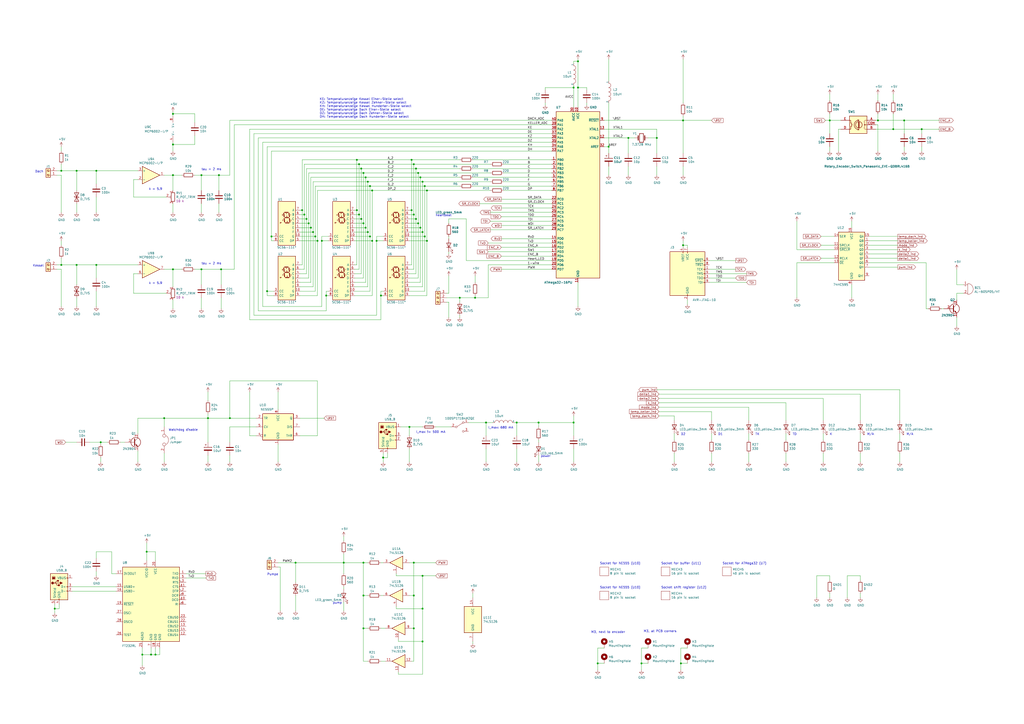
<source format=kicad_sch>
(kicad_sch (version 20231120) (generator "eeschema") (generator_version "8.0")
  (paper "A2")
  (junction (at 518.16 74.93))
  (junction (at 55.88 153.67))
  (junction (at 120.65 242.57))
  (junction (at 157.48 137.16))
  (junction (at 207.01 121.92))
  (junction (at 154.94 168.91))
  (junction (at 214.63 137.16))
  (junction (at 243.84 102.87))
  (junction (at 35.56 99.06))
  (junction (at 82.55 379.73))
  (junction (at 58.42 256.54))
  (junction (at 208.28 124.46))
  (junction (at 220.98 171.45))
  (junction (at 246.38 107.95))
  (junction (at 175.26 121.92))
  (junction (at 238.76 92.71))
  (junction (at 87.63 379.73))
  (junction (at 35.56 153.67))
  (junction (at 177.8 127))
  (junction (at 238.76 121.92))
  (junction (at 100.33 101.6))
  (junction (at 237.49 247.65))
  (junction (at 55.88 99.06))
  (junction (at 240.03 326.39))
  (junction (at 95.25 242.57))
  (junction (at 281.94 245.11))
  (junction (at 240.03 95.25))
  (junction (at 133.35 242.57))
  (junction (at 210.82 364.49))
  (junction (at 242.57 100.33))
  (junction (at 266.7 172.72))
  (junction (at 245.11 134.62))
  (junction (at 332.74 245.11))
  (junction (at 372.11 384.81))
  (junction (at 186.69 139.7))
  (junction (at 246.38 137.16))
  (junction (at 100.33 156.21))
  (junction (at 116.84 101.6))
  (junction (at 509.27 69.85))
  (junction (at 353.06 85.09))
  (junction (at 396.24 69.85))
  (junction (at 381 80.01))
  (junction (at 245.11 372.11))
  (junction (at 245.11 334.01))
  (junction (at 100.33 66.04))
  (junction (at 171.45 326.39))
  (junction (at 215.9 139.7))
  (junction (at 127 101.6))
  (junction (at 212.09 102.87))
  (junction (at 247.65 139.7))
  (junction (at 85.09 320.04))
  (junction (at 179.07 129.54))
  (junction (at 209.55 127))
  (junction (at 312.42 245.11))
  (junction (at 182.88 137.16))
  (junction (at 218.44 139.7))
  (junction (at 396.24 142.24))
  (junction (at 210.82 326.39))
  (junction (at 222.25 265.43))
  (junction (at 242.57 129.54))
  (junction (at 210.82 129.54))
  (junction (at 240.03 124.46))
  (junction (at 524.51 69.85))
  (junction (at 207.01 92.71))
  (junction (at 184.15 139.7))
  (junction (at 247.65 110.49))
  (junction (at 213.36 105.41))
  (junction (at 31.75 353.06))
  (junction (at 241.3 127))
  (junction (at 240.03 345.44))
  (junction (at 210.82 345.44))
  (junction (at 346.71 384.81))
  (junction (at 332.74 50.8))
  (junction (at 181.61 134.62))
  (junction (at 215.9 110.49))
  (junction (at 90.17 379.73))
  (junction (at 100.33 83.82))
  (junction (at 245.11 105.41))
  (junction (at 213.36 134.62))
  (junction (at 299.72 245.11))
  (junction (at 241.3 97.79))
  (junction (at 189.23 171.45))
  (junction (at 116.84 156.21))
  (junction (at 212.09 132.08))
  (junction (at 208.28 95.25))
  (junction (at 275.59 172.72))
  (junction (at 210.82 100.33))
  (junction (at 44.45 153.67))
  (junction (at 128.27 156.21))
  (junction (at 364.49 80.01))
  (junction (at 214.63 107.95))
  (junction (at 209.55 97.79))
  (junction (at 394.97 384.81))
  (junction (at 176.53 124.46))
  (junction (at 240.03 364.49))
  (junction (at 335.28 35.56))
  (junction (at 534.67 74.93))
  (junction (at 335.28 50.8))
  (junction (at 481.33 69.85))
  (junction (at 199.39 326.39))
  (junction (at 243.84 132.08))
  (junction (at 44.45 99.06))
  (junction (at 245.11 353.06))
  (junction (at 180.34 132.08))
  (wire (pts (xy 173.99 171.45) (xy 184.15 171.45)))
  (wire (pts (xy 149.86 180.34) (xy 189.23 180.34)))
  (wire (pts (xy 231.14 389.89) (xy 231.14 391.16)))
  (wire (pts (xy 534.67 87.63) (xy 534.67 85.09)))
  (wire (pts (xy 554.99 170.18) (xy 554.99 173.99)))
  (wire (pts (xy 494.03 165.1) (xy 494.03 172.72)))
  (wire (pts (xy 182.88 137.16) (xy 182.88 168.91)))
  (wire (pts (xy 232.41 247.65) (xy 237.49 247.65)))
  (wire (pts (xy 205.74 127) (xy 209.55 127)))
  (wire (pts (xy 100.33 173.99) (xy 100.33 179.07)))
  (wire (pts (xy 95.25 247.65) (xy 95.25 242.57)))
  (wire (pts (xy 271.78 245.11) (xy 281.94 245.11)))
  (wire (pts (xy 237.49 247.65) (xy 245.11 247.65)))
  (wire (pts (xy 35.56 99.06) (xy 35.56 95.25)))
  (wire (pts (xy 499.11 228.6) (xy 499.11 243.84)))
  (wire (pts (xy 180.34 102.87) (xy 212.09 102.87)))
  (wire (pts (xy 222.25 265.43) (xy 222.25 267.97)))
  (wire (pts (xy 35.56 101.6) (xy 35.56 123.19)))
  (wire (pts (xy 120.65 227.33) (xy 120.65 232.41)))
  (wire (pts (xy 364.49 96.52) (xy 364.49 101.6)))
  (wire (pts (xy 55.88 161.29) (xy 55.88 153.67)))
  (wire (pts (xy 214.63 107.95) (xy 214.63 137.16)))
  (wire (pts (xy 209.55 97.79) (xy 209.55 127)))
  (wire (pts (xy 161.29 237.49) (xy 161.29 227.33)))
  (wire (pts (xy 237.49 156.21) (xy 240.03 156.21)))
  (wire (pts (xy 299.72 252.73) (xy 299.72 245.11)))
  (wire (pts (xy 180.34 132.08) (xy 180.34 163.83)))
  (wire (pts (xy 113.03 83.82) (xy 100.33 83.82)))
  (wire (pts (xy 241.3 97.79) (xy 266.7 97.79)))
  (wire (pts (xy 320.04 105.41) (xy 292.1 105.41)))
  (wire (pts (xy 481.33 54.61) (xy 481.33 58.42)))
  (wire (pts (xy 477.52 262.89) (xy 477.52 267.97)))
  (wire (pts (xy 398.78 142.24) (xy 396.24 142.24)))
  (wire (pts (xy 242.57 100.33) (xy 242.57 129.54)))
  (wire (pts (xy 434.34 236.22) (xy 382.27 236.22)))
  (wire (pts (xy 524.51 69.85) (xy 544.83 69.85)))
  (wire (pts (xy 246.38 137.16) (xy 246.38 168.91)))
  (wire (pts (xy 34.29 353.06) (xy 31.75 353.06)))
  (wire (pts (xy 281.94 260.35) (xy 281.94 267.97)))
  (wire (pts (xy 242.57 100.33) (xy 210.82 100.33)))
  (wire (pts (xy 247.65 110.49) (xy 247.65 139.7)))
  (wire (pts (xy 213.36 326.39) (xy 210.82 326.39)))
  (wire (pts (xy 284.48 105.41) (xy 245.11 105.41)))
  (wire (pts (xy 299.72 260.35) (xy 299.72 267.97)))
  (wire (pts (xy 508 69.85) (xy 509.27 69.85)))
  (wire (pts (xy 332.74 50.8) (xy 332.74 62.23)))
  (wire (pts (xy 100.33 118.11) (xy 100.33 123.19)))
  (wire (pts (xy 33.02 101.6) (xy 35.56 101.6)))
  (wire (pts (xy 222.25 326.39) (xy 220.98 326.39)))
  (wire (pts (xy 372.11 375.92) (xy 372.11 384.81)))
  (wire (pts (xy 394.97 384.81) (xy 394.97 375.92)))
  (wire (pts (xy 381 80.01) (xy 381 88.9)))
  (wire (pts (xy 133.35 220.98) (xy 133.35 242.57)))
  (wire (pts (xy 275.59 172.72) (xy 283.21 172.72)))
  (wire (pts (xy 481.33 344.17) (xy 481.33 346.71)))
  (wire (pts (xy 335.28 34.29) (xy 335.28 35.56)))
  (wire (pts (xy 181.61 134.62) (xy 181.61 166.37)))
  (wire (pts (xy 364.49 80.01) (xy 364.49 88.9)))
  (wire (pts (xy 90.17 379.73) (xy 87.63 379.73)))
  (wire (pts (xy 353.06 85.09) (xy 353.06 59.69)))
  (wire (pts (xy 266.7 172.72) (xy 275.59 172.72)))
  (wire (pts (xy 173.99 163.83) (xy 180.34 163.83)))
  (wire (pts (xy 290.83 130.81) (xy 320.04 130.81)))
  (wire (pts (xy 340.36 59.69) (xy 340.36 60.96)))
  (wire (pts (xy 133.35 101.6) (xy 133.35 69.85)))
  (wire (pts (xy 210.82 100.33) (xy 210.82 129.54)))
  (wire (pts (xy 231.14 372.11) (xy 245.11 372.11)))
  (wire (pts (xy 504.19 144.78) (xy 520.7 144.78)))
  (wire (pts (xy 245.11 105.41) (xy 213.36 105.41)))
  (wire (pts (xy 171.45 326.39) (xy 171.45 337.82)))
  (wire (pts (xy 260.35 146.05) (xy 260.35 147.32)))
  (wire (pts (xy 152.4 82.55) (xy 320.04 82.55)))
  (wire (pts (xy 231.14 370.84) (xy 231.14 372.11)))
  (wire (pts (xy 520.7 142.24) (xy 504.19 142.24)))
  (wire (pts (xy 434.34 251.46) (xy 434.34 255.27)))
  (wire (pts (xy 222.25 168.91) (xy 220.98 168.91)))
  (wire (pts (xy 353.06 88.9) (xy 353.06 85.09)))
  (wire (pts (xy 44.45 153.67) (xy 44.45 165.1)))
  (wire (pts (xy 455.93 233.68) (xy 382.27 233.68)))
  (wire (pts (xy 320.04 120.65) (xy 290.83 120.65)))
  (wire (pts (xy 120.65 240.03) (xy 120.65 242.57)))
  (wire (pts (xy 247.65 139.7) (xy 247.65 171.45)))
  (wire (pts (xy 238.76 92.71) (xy 207.01 92.71)))
  (wire (pts (xy 391.16 262.89) (xy 391.16 267.97)))
  (wire (pts (xy 173.99 132.08) (xy 180.34 132.08)))
  (wire (pts (xy 246.38 107.95) (xy 266.7 107.95)))
  (wire (pts (xy 95.25 101.6) (xy 100.33 101.6)))
  (wire (pts (xy 77.47 158.75) (xy 77.47 170.18)))
  (wire (pts (xy 218.44 137.16) (xy 218.44 139.7)))
  (wire (pts (xy 275.59 171.45) (xy 275.59 172.72)))
  (wire (pts (xy 299.72 245.11) (xy 312.42 245.11)))
  (wire (pts (xy 58.42 256.54) (xy 58.42 257.81)))
  (wire (pts (xy 181.61 166.37) (xy 173.99 166.37)))
  (wire (pts (xy 509.27 54.61) (xy 509.27 58.42)))
  (wire (pts (xy 499.11 251.46) (xy 499.11 255.27)))
  (wire (pts (xy 64.77 320.04) (xy 64.77 332.74)))
  (wire (pts (xy 179.07 100.33) (xy 179.07 129.54)))
  (wire (pts (xy 154.94 85.09) (xy 154.94 168.91)))
  (wire (pts (xy 237.49 171.45) (xy 247.65 171.45)))
  (wire (pts (xy 55.88 320.04) (xy 64.77 320.04)))
  (wire (pts (xy 499.11 262.89) (xy 499.11 267.97)))
  (wire (pts (xy 245.11 166.37) (xy 237.49 166.37)))
  (wire (pts (xy 87.63 375.92) (xy 87.63 379.73)))
  (wire (pts (xy 237.49 121.92) (xy 238.76 121.92)))
  (wire (pts (xy 394.97 375.92) (xy 398.78 375.92)))
  (wire (pts (xy 207.01 121.92) (xy 207.01 92.71)))
  (wire (pts (xy 290.83 156.21) (xy 320.04 156.21)))
  (wire (pts (xy 44.45 256.54) (xy 38.1 256.54)))
  (wire (pts (xy 521.97 262.89) (xy 521.97 267.97)))
  (wire (pts (xy 182.88 107.95) (xy 214.63 107.95)))
  (wire (pts (xy 240.03 156.21) (xy 240.03 124.46)))
  (wire (pts (xy 237.49 139.7) (xy 247.65 139.7)))
  (wire (pts (xy 157.48 137.16) (xy 157.48 139.7)))
  (wire (pts (xy 434.34 262.89) (xy 434.34 267.97)))
  (wire (pts (xy 332.74 36.83) (xy 332.74 35.56)))
  (wire (pts (xy 375.92 80.01) (xy 381 80.01)))
  (wire (pts (xy 186.69 137.16) (xy 190.5 137.16)))
  (wire (pts (xy 299.72 245.11) (xy 298.45 245.11)))
  (wire (pts (xy 107.95 332.74) (xy 119.38 332.74)))
  (wire (pts (xy 152.4 177.8) (xy 186.69 177.8)))
  (wire (pts (xy 237.49 132.08) (xy 243.84 132.08)))
  (wire (pts (xy 199.39 332.74) (xy 199.39 326.39)))
  (wire (pts (xy 95.25 156.21) (xy 100.33 156.21)))
  (wire (pts (xy 477.52 231.14) (xy 477.52 243.84)))
  (wire (pts (xy 147.32 77.47) (xy 320.04 77.47)))
  (wire (pts (xy 213.36 105.41) (xy 181.61 105.41)))
  (wire (pts (xy 281.94 245.11) (xy 285.75 245.11)))
  (wire (pts (xy 149.86 80.01) (xy 149.86 180.34)))
  (wire (pts (xy 237.49 168.91) (xy 246.38 168.91)))
  (wire (pts (xy 320.04 72.39) (xy 135.89 72.39)))
  (wire (pts (xy 64.77 332.74) (xy 67.31 332.74)))
  (wire (pts (xy 210.82 100.33) (xy 179.07 100.33)))
  (wire (pts (xy 229.87 351.79) (xy 229.87 353.06)))
  (wire (pts (xy 35.56 153.67) (xy 35.56 149.86)))
  (wire (pts (xy 44.45 153.67) (xy 55.88 153.67)))
  (wire (pts (xy 312.42 245.11) (xy 332.74 245.11)))
  (wire (pts (xy 177.8 127) (xy 177.8 158.75)))
  (wire (pts (xy 391.16 251.46) (xy 391.16 255.27)))
  (wire (pts (xy 199.39 349.25) (xy 199.39 354.33)))
  (wire (pts (xy 171.45 345.44) (xy 171.45 354.33)))
  (wire (pts (xy 184.15 110.49) (xy 184.15 139.7)))
  (wire (pts (xy 205.74 156.21) (xy 208.28 156.21)))
  (wire (pts (xy 90.17 320.04) (xy 85.09 320.04)))
  (wire (pts (xy 35.56 87.63) (xy 35.56 85.09)))
  (wire (pts (xy 375.92 384.81) (xy 372.11 384.81)))
  (wire (pts (xy 245.11 391.16) (xy 245.11 372.11)))
  (wire (pts (xy 208.28 156.21) (xy 208.28 124.46)))
  (wire (pts (xy 186.69 177.8) (xy 186.69 139.7)))
  (wire (pts (xy 274.32 97.79) (xy 320.04 97.79)))
  (wire (pts (xy 55.88 323.85) (xy 55.88 320.04)))
  (wire (pts (xy 241.3 127) (xy 241.3 158.75)))
  (wire (pts (xy 483.87 152.4) (xy 462.28 152.4)))
  (wire (pts (xy 243.84 102.87) (xy 243.84 132.08)))
  (wire (pts (xy 231.14 391.16) (xy 245.11 391.16)))
  (wire (pts (xy 504.19 149.86) (xy 520.7 149.86)))
  (wire (pts (xy 181.61 105.41) (xy 181.61 134.62)))
  (wire (pts (xy 260.35 137.16) (xy 260.35 138.43)))
  (wire (pts (xy 41.91 342.9) (xy 67.31 342.9)))
  (wire (pts (xy 157.48 87.63) (xy 320.04 87.63)))
  (wire (pts (xy 171.45 326.39) (xy 199.39 326.39)))
  (wire (pts (xy 509.27 69.85) (xy 524.51 69.85)))
  (wire (pts (xy 199.39 321.31) (xy 199.39 326.39)))
  (wire (pts (xy 518.16 74.93) (xy 534.67 74.93)))
  (wire (pts (xy 100.33 67.31) (xy 100.33 66.04)))
  (wire (pts (xy 335.28 163.83) (xy 335.28 177.8)))
  (wire (pts (xy 259.08 172.72) (xy 266.7 172.72)))
  (wire (pts (xy 205.74 139.7) (xy 215.9 139.7)))
  (wire (pts (xy 320.04 110.49) (xy 292.1 110.49)))
  (wire (pts (xy 364.49 80.01) (xy 368.3 80.01)))
  (wire (pts (xy 320.04 146.05) (xy 283.21 146.05)))
  (wire (pts (xy 158.75 168.91) (xy 154.94 168.91)))
  (wire (pts (xy 144.78 227.33) (xy 144.78 252.73)))
  (wire (pts (xy 320.04 118.11) (xy 278.13 118.11)))
  (wire (pts (xy 116.84 110.49) (xy 116.84 101.6)))
  (wire (pts (xy 85.09 320.04) (xy 85.09 325.12)))
  (wire (pts (xy 161.29 257.81) (xy 161.29 267.97)))
  (wire (pts (xy 382.27 228.6) (xy 499.11 228.6)))
  (wire (pts (xy 241.3 97.79) (xy 241.3 127)))
  (wire (pts (xy 212.09 102.87) (xy 212.09 132.08)))
  (wire (pts (xy 205.74 137.16) (xy 214.63 137.16)))
  (wire (pts (xy 346.71 384.81) (xy 346.71 388.62)))
  (wire (pts (xy 222.25 265.43) (xy 222.25 262.89)))
  (wire (pts (xy 173.99 139.7) (xy 184.15 139.7)))
  (wire (pts (xy 283.21 172.72) (xy 283.21 153.67)))
  (wire (pts (xy 483.87 144.78) (xy 462.28 144.78)))
  (wire (pts (xy 210.82 345.44) (xy 210.82 364.49)))
  (wire (pts (xy 128.27 165.1) (xy 128.27 156.21)))
  (wire (pts (xy 275.59 160.02) (xy 275.59 163.83)))
  (wire (pts (xy 398.78 384.81) (xy 394.97 384.81)))
  (wire (pts (xy 186.69 139.7) (xy 186.69 137.16)))
  (wire (pts (xy 237.49 129.54) (xy 242.57 129.54)))
  (wire (pts (xy 95.25 262.89) (xy 95.25 267.97)))
  (wire (pts (xy 100.33 83.82) (xy 100.33 87.63)))
  (wire (pts (xy 486.41 74.93) (xy 486.41 87.63)))
  (wire (pts (xy 90.17 375.92) (xy 90.17 379.73)))
  (wire (pts (xy 113.03 101.6) (xy 116.84 101.6)))
  (wire (pts (xy 396.24 96.52) (xy 396.24 101.6)))
  (wire (pts (xy 173.99 129.54) (xy 179.07 129.54)))
  (wire (pts (xy 229.87 353.06) (xy 245.11 353.06)))
  (wire (pts (xy 508 74.93) (xy 518.16 74.93)))
  (wire (pts (xy 220.98 364.49) (xy 223.52 364.49)))
  (wire (pts (xy 274.32 373.38) (xy 274.32 372.11)))
  (wire (pts (xy 213.36 134.62) (xy 205.74 134.62)))
  (wire (pts (xy 85.09 320.04) (xy 85.09 314.96)))
  (wire (pts (xy 396.24 67.31) (xy 396.24 69.85)))
  (wire (pts (xy 175.26 153.67) (xy 175.26 121.92)))
  (wire (pts (xy 320.04 140.97) (xy 283.21 140.97)))
  (wire (pts (xy 190.5 171.45) (xy 189.23 171.45)))
  (wire (pts (xy 181.61 134.62) (xy 173.99 134.62)))
  (wire (pts (xy 144.78 74.93) (xy 320.04 74.93)))
  (wire (pts (xy 238.76 364.49) (xy 240.03 364.49)))
  (wire (pts (xy 487.68 69.85) (xy 481.33 69.85)))
  (wire (pts (xy 96.52 114.3) (xy 77.47 114.3)))
  (wire (pts (xy 161.29 328.93) (xy 162.56 328.93)))
  (wire (pts (xy 434.34 243.84) (xy 434.34 236.22)))
  (wire (pts (xy 224.79 265.43) (xy 222.25 265.43)))
  (wire (pts (xy 162.56 328.93) (xy 162.56 354.33)))
  (wire (pts (xy 80.01 261.62) (xy 80.01 267.97)))
  (wire (pts (xy 487.68 74.93) (xy 486.41 74.93)))
  (wire (pts (xy 218.44 139.7) (xy 218.44 182.88)))
  (wire (pts (xy 113.03 78.74) (xy 113.03 83.82)))
  (wire (pts (xy 240.03 124.46) (xy 240.03 95.25)))
  (wire (pts (xy 375.92 375.92) (xy 372.11 375.92)))
  (wire (pts (xy 186.69 139.7) (xy 190.5 139.7)))
  (wire (pts (xy 44.45 99.06) (xy 55.88 99.06)))
  (wire (pts (xy 518.16 74.93) (xy 518.16 66.04)))
  (wire (pts (xy 208.28 95.25) (xy 240.03 95.25)))
  (wire (pts (xy 210.82 326.39) (xy 210.82 345.44)))
  (wire (pts (xy 224.79 262.89) (xy 224.79 265.43)))
  (wire (pts (xy 199.39 340.36) (xy 199.39 341.63)))
  (wire (pts (xy 113.03 71.12) (xy 113.03 66.04)))
  (wire (pts (xy 80.01 242.57) (xy 95.25 242.57)))
  (wire (pts (xy 312.42 255.27) (xy 312.42 256.54)))
  (wire (pts (xy 240.03 326.39) (xy 240.03 345.44)))
  (wire (pts (xy 245.11 134.62) (xy 237.49 134.62)))
  (wire (pts (xy 473.71 346.71) (xy 473.71 334.01)))
  (wire (pts (xy 210.82 326.39) (xy 199.39 326.39)))
  (wire (pts (xy 135.89 72.39) (xy 135.89 156.21)))
  (wire (pts (xy 215.9 110.49) (xy 215.9 139.7)))
  (wire (pts (xy 44.45 99.06) (xy 44.45 110.49)))
  (wire (pts (xy 518.16 54.61) (xy 518.16 58.42)))
  (wire (pts (xy 242.57 129.54) (xy 242.57 161.29)))
  (wire (pts (xy 237.49 127) (xy 241.3 127)))
  (wire (pts (xy 534.67 77.47) (xy 534.67 74.93)))
  (wire (pts (xy 509.27 69.85) (xy 509.27 66.04)))
  (wire (pts (xy 353.06 96.52) (xy 353.06 101.6)))
  (wire (pts (xy 270.51 127) (xy 270.51 151.13)))
  (wire (pts (xy 55.88 99.06) (xy 80.01 99.06)))
  (wire (pts (xy 350.52 384.81) (xy 346.71 384.81)))
  (wire (pts (xy 173.99 252.73) (xy 184.15 252.73)))
  (wire (pts (xy 100.33 166.37) (xy 100.33 156.21)))
  (wire (pts (xy 391.16 241.3) (xy 382.27 241.3)))
  (wire (pts (xy 504.19 137.16) (xy 520.7 137.16)))
  (wire (pts (xy 116.84 165.1) (xy 116.84 156.21)))
  (wire (pts (xy 316.23 50.8) (xy 332.74 50.8)))
  (wire (pts (xy 335.28 50.8) (xy 340.36 50.8)))
  (wire (pts (xy 483.87 149.86) (xy 476.25 149.86)))
  (wire (pts (xy 521.97 251.46) (xy 521.97 255.27)))
  (wire (pts (xy 209.55 127) (xy 209.55 158.75)))
  (wire (pts (xy 332.74 245.11) (xy 332.74 241.3)))
  (wire (pts (xy 55.88 331.47) (xy 55.88 334.01)))
  (wire (pts (xy 213.36 166.37) (xy 205.74 166.37)))
  (wire (pts (xy 92.71 379.73) (xy 90.17 379.73)))
  (wire (pts (xy 31.75 353.06) (xy 31.75 355.6)))
  (wire (pts (xy 396.24 69.85) (xy 412.75 69.85)))
  (wire (pts (xy 148.59 252.73) (xy 144.78 252.73)))
  (wire (pts (xy 35.56 156.21) (xy 35.56 177.8)))
  (wire (pts (xy 148.59 247.65) (xy 133.35 247.65)))
  (wire (pts (xy 398.78 143.51) (xy 398.78 142.24)))
  (wire (pts (xy 238.76 121.92) (xy 238.76 92.71)))
  (wire (pts (xy 412.75 262.89) (xy 412.75 267.97)))
  (wire (pts (xy 205.74 132.08) (xy 212.09 132.08)))
  (wire (pts (xy 199.39 311.15) (xy 199.39 313.69)))
  (wire (pts (xy 176.53 124.46) (xy 176.53 95.25)))
  (wire (pts (xy 481.33 87.63) (xy 481.33 85.09)))
  (wire (pts (xy 381 96.52) (xy 381 101.6)))
  (wire (pts (xy 82.55 379.73) (xy 82.55 375.92)))
  (wire (pts (xy 205.74 161.29) (xy 210.82 161.29)))
  (wire (pts (xy 210.82 129.54) (xy 210.82 161.29)))
  (wire (pts (xy 237.49 247.65) (xy 237.49 252.73)))
  (wire (pts (xy 353.06 46.99) (xy 353.06 34.29)))
  (wire (pts (xy 320.04 100.33) (xy 292.1 100.33)))
  (wire (pts (xy 350.52 85.09) (xy 353.06 85.09)))
  (wire (pts (xy 154.94 85.09) (xy 320.04 85.09)))
  (wire (pts (xy 284.48 110.49) (xy 247.65 110.49)))
  (wire (pts (xy 237.49 163.83) (xy 243.84 163.83)))
  (wire (pts (xy 154.94 171.45) (xy 158.75 171.45)))
  (wire (pts (xy 214.63 107.95) (xy 246.38 107.95)))
  (wire (pts (xy 312.42 245.11) (xy 312.42 247.65)))
  (wire (pts (xy 246.38 107.95) (xy 246.38 137.16)))
  (wire (pts (xy 537.21 179.07) (xy 538.48 179.07)))
  (wire (pts (xy 381 74.93) (xy 381 80.01)))
  (wire (pts (xy 412.75 243.84) (xy 412.75 238.76)))
  (wire (pts (xy 237.49 137.16) (xy 246.38 137.16)))
  (wire (pts (xy 113.03 156.21) (xy 116.84 156.21)))
  (wire (pts (xy 412.75 251.46) (xy 412.75 255.27)))
  (wire (pts (xy 34.29 350.52) (xy 34.29 353.06)))
  (wire (pts (xy 259.08 170.18) (xy 260.35 170.18)))
  (wire (pts (xy 205.74 124.46) (xy 208.28 124.46)))
  (wire (pts (xy 182.88 107.95) (xy 182.88 137.16)))
  (wire (pts (xy 462.28 128.27) (xy 462.28 144.78)))
  (wire (pts (xy 157.48 87.63) (xy 157.48 137.16)))
  (wire (pts (xy 133.35 264.16) (xy 133.35 267.97)))
  (wire (pts (xy 558.8 170.18) (xy 554.99 170.18)))
  (wire (pts (xy 158.75 137.16) (xy 157.48 137.16)))
  (wire (pts (xy 332.74 245.11) (xy 332.74 252.73)))
  (wire (pts (xy 120.65 242.57) (xy 120.65 256.54)))
  (wire (pts (xy 176.53 95.25) (xy 208.28 95.25)))
  (wire (pts (xy 237.49 124.46) (xy 240.03 124.46)))
  (wire (pts (xy 504.19 152.4) (xy 537.21 152.4)))
  (wire (pts (xy 173.99 121.92) (xy 175.26 121.92)))
  (wire (pts (xy 259.08 175.26) (xy 260.35 175.26)))
  (wire (pts (xy 398.78 173.99) (xy 398.78 176.53)))
  (wire (pts (xy 100.33 82.55) (xy 100.33 83.82)))
  (wire (pts (xy 266.7 182.88) (xy 266.7 184.15)))
  (wire (pts (xy 210.82 364.49) (xy 210.82 383.54)))
  (wire (pts (xy 154.94 168.91) (xy 154.94 171.45)))
  (wire (pts (xy 332.74 49.53) (xy 332.74 50.8)))
  (wire (pts (xy 481.33 334.01) (xy 481.33 336.55)))
  (wire (pts (xy 546.1 179.07) (xy 547.37 179.07)))
  (wire (pts (xy 229.87 332.74) (xy 229.87 334.01)))
  (wire (pts (xy 33.02 99.06) (xy 35.56 99.06)))
  (wire (pts (xy 335.28 50.8) (xy 335.28 62.23)))
  (wire (pts (xy 35.56 99.06) (xy 44.45 99.06)))
  (wire (pts (xy 281.94 252.73) (xy 281.94 245.11)))
  (wire (pts (xy 394.97 384.81) (xy 394.97 388.62)))
  (wire (pts (xy 35.56 153.67) (xy 44.45 153.67)))
  (wire (pts (xy 100.33 156.21) (xy 105.41 156.21)))
  (wire (pts (xy 213.36 134.62) (xy 213.36 166.37)))
  (wire (pts (xy 245.11 353.06) (xy 245.11 334.01)))
  (wire (pts (xy 237.49 161.29) (xy 242.57 161.29)))
  (wire (pts (xy 218.44 182.88) (xy 147.32 182.88)))
  (wire (pts (xy 240.03 383.54) (xy 238.76 383.54)))
  (wire (pts (xy 77.47 104.14) (xy 77.47 114.3)))
  (wire (pts (xy 316.23 59.69) (xy 316.23 60.96)))
  (wire (pts (xy 247.65 110.49) (xy 215.9 110.49)))
  (wire (pts (xy 350.52 375.92) (xy 346.71 375.92)))
  (wire (pts (xy 173.99 127) (xy 177.8 127)))
  (wire (pts (xy 218.44 139.7) (xy 222.25 139.7)))
  (wire (pts (xy 177.8 97.79) (xy 177.8 127)))
  (wire (pts (xy 411.48 158.75) (xy 433.07 158.75)))
  (wire (pts (xy 173.99 158.75) (xy 177.8 158.75)))
  (wire (pts (xy 208.28 124.46) (xy 208.28 95.25)))
  (wire (pts (xy 499.11 344.17) (xy 499.11 346.71)))
  (wire (pts (xy 100.33 66.04) (xy 100.33 64.77)))
  (wire (pts (xy 462.28 152.4) (xy 462.28 172.72)))
  (wire (pts (xy 260.35 127) (xy 260.35 129.54)))
  (wire (pts (xy 284.48 128.27) (xy 320.04 128.27)))
  (wire (pts (xy 173.99 168.91) (xy 182.88 168.91)))
  (wire (pts (xy 534.67 74.93) (xy 544.83 74.93)))
  (wire (pts (xy 290.83 125.73) (xy 320.04 125.73)))
  (wire (pts (xy 320.04 148.59) (xy 290.83 148.59)))
  (wire (pts (xy 116.84 101.6) (xy 127 101.6)))
  (wire (pts (xy 184.15 139.7) (xy 184.15 171.45)))
  (wire (pts (xy 128.27 172.72) (xy 128.27 179.07)))
  (wire (pts (xy 481.33 69.85) (xy 481.33 66.04)))
  (wire (pts (xy 243.84 132.08) (xy 243.84 163.83)))
  (wire (pts (xy 205.74 121.92) (xy 207.01 121.92)))
  (wire (pts (xy 176.53 156.21) (xy 176.53 124.46)))
  (wire (pts (xy 113.03 66.04) (xy 100.33 66.04)))
  (wire (pts (xy 55.88 168.91) (xy 55.88 177.8)))
  (wire (pts (xy 396.24 139.7) (xy 396.24 142.24)))
  (wire (pts (xy 260.35 127) (xy 270.51 127)))
  (wire (pts (xy 411.48 161.29) (xy 426.72 161.29)))
  (wire (pts (xy 41.91 340.36) (xy 67.31 340.36)))
  (wire (pts (xy 205.74 171.45) (xy 215.9 171.45)))
  (wire (pts (xy 173.99 124.46) (xy 176.53 124.46)))
  (wire (pts (xy 44.45 118.11) (xy 44.45 123.19)))
  (wire (pts (xy 127 101.6) (xy 133.35 101.6)))
  (wire (pts (xy 237.49 326.39) (xy 240.03 326.39)))
  (wire (pts (xy 274.32 344.17) (xy 274.32 346.71)))
  (wire (pts (xy 340.36 50.8) (xy 340.36 52.07)))
  (wire (pts (xy 252.73 247.65) (xy 261.62 247.65)))
  (wire (pts (xy 116.84 118.11) (xy 116.84 123.19)))
  (wire (pts (xy 332.74 260.35) (xy 332.74 267.97)))
  (wire (pts (xy 179.07 129.54) (xy 179.07 161.29)))
  (wire (pts (xy 521.97 226.06) (xy 521.97 243.84)))
  (wire (pts (xy 90.17 325.12) (xy 90.17 320.04)))
  (wire (pts (xy 220.98 383.54) (xy 223.52 383.54)))
  (wire (pts (xy 80.01 251.46) (xy 80.01 242.57)))
  (wire (pts (xy 481.33 69.85) (xy 481.33 77.47)))
  (wire (pts (xy 320.04 143.51) (xy 290.83 143.51)))
  (wire (pts (xy 391.16 243.84) (xy 391.16 241.3)))
  (wire (pts (xy 504.19 139.7) (xy 520.7 139.7)))
  (wire (pts (xy 212.09 102.87) (xy 243.84 102.87)))
  (wire (pts (xy 381 226.06) (xy 521.97 226.06)))
  (wire (pts (xy 396.24 69.85) (xy 396.24 88.9)))
  (wire (pts (xy 412.75 238.76) (xy 382.27 238.76)))
  (wire (pts (xy 274.32 102.87) (xy 320.04 102.87)))
  (wire (pts (xy 152.4 82.55) (xy 152.4 177.8)))
  (wire (pts (xy 100.33 110.49) (xy 100.33 101.6)))
  (wire (pts (xy 411.48 151.13) (xy 426.72 151.13)))
  (wire (pts (xy 537.21 152.4) (xy 537.21 179.07)))
  (wire (pts (xy 320.04 92.71) (xy 274.32 92.71)))
  (wire (pts (xy 173.99 137.16) (xy 182.88 137.16)))
  (wire (pts (xy 260.35 175.26) (xy 260.35 184.15)))
  (wire (pts (xy 266.7 172.72) (xy 266.7 175.26)))
  (wire (pts (xy 346.71 375.92) (xy 346.71 384.81)))
  (wire (pts (xy 473.71 334.01) (xy 481.33 334.01)))
  (wire (pts (xy 292.1 95.25) (xy 320.04 95.25)))
  (wire (pts (xy 350.52 74.93) (xy 381 74.93)))
  (wire (pts (xy 128.27 156.21) (xy 135.89 156.21)))
  (wire (pts (xy 491.49 334.01) (xy 499.11 334.01)))
  (wire (pts (xy 270.51 151.13) (xy 320.04 151.13)))
  (wire (pts (xy 558.8 165.1) (xy 554.99 165.1)))
  (wire (pts (xy 55.88 114.3) (xy 55.88 123.19)))
  (wire (pts (xy 55.88 106.68) (xy 55.88 99.06)))
  (wire (pts (xy 229.87 334.01) (xy 245.11 334.01)))
  (wire (pts (xy 554.99 165.1) (xy 554.99 156.21)))
  (wire (pts (xy 147.32 182.88) (xy 147.32 77.47)))
  (wire (pts (xy 33.02 153.67) (xy 35.56 153.67)))
  (wire (pts (xy 58.42 265.43) (xy 58.42 267.97)))
  (wire (pts (xy 243.84 102.87) (xy 266.7 102.87)))
  (wire (pts (xy 494.03 128.27) (xy 494.03 132.08)))
  (wire (pts (xy 237.49 158.75) (xy 241.3 158.75)))
  (wire (pts (xy 237.49 260.35) (xy 237.49 267.97)))
  (wire (pts (xy 491.49 346.71) (xy 491.49 334.01)))
  (wire (pts (xy 127 110.49) (xy 127 101.6)))
  (wire (pts (xy 260.35 170.18) (xy 260.35 160.02)))
  (wire (pts (xy 335.28 35.56) (xy 335.28 50.8)))
  (wire (pts (xy 210.82 364.49) (xy 213.36 364.49)))
  (wire (pts (xy 240.03 95.25) (xy 284.48 95.25)))
  (wire (pts (xy 396.24 142.24) (xy 396.24 143.51)))
  (wire (pts (xy 455.93 262.89) (xy 455.93 267.97)))
  (wire (pts (xy 237.49 153.67) (xy 238.76 153.67)))
  (wire (pts (xy 120.65 264.16) (xy 120.65 267.97)))
  (wire (pts (xy 238.76 153.67) (xy 238.76 121.92)))
  (wire (pts (xy 189.23 171.45) (xy 189.23 168.91)))
  (wire (pts (xy 44.45 172.72) (xy 44.45 177.8)))
  (wire (pts (xy 120.65 242.57) (xy 133.35 242.57)))
  (wire (pts (xy 312.42 264.16) (xy 312.42 267.97)))
  (wire (pts (xy 209.55 97.79) (xy 241.3 97.79)))
  (wire (pts (xy 116.84 156.21) (xy 128.27 156.21)))
  (wire (pts (xy 175.26 121.92) (xy 175.26 92.71)))
  (wire (pts (xy 173.99 153.67) (xy 175.26 153.67)))
  (wire (pts (xy 205.74 163.83) (xy 212.09 163.83)))
  (wire (pts (xy 509.27 72.39) (xy 509.27 87.63)))
  (wire (pts (xy 372.11 384.81) (xy 372.11 388.62)))
  (wire (pts (xy 207.01 92.71) (xy 175.26 92.71)))
  (wire (pts (xy 245.11 134.62) (xy 245.11 166.37)))
  (wire (pts (xy 127 118.11) (xy 127 123.19)))
  (wire (pts (xy 316.23 52.07) (xy 316.23 50.8)))
  (wire (pts (xy 284.48 123.19) (xy 320.04 123.19)))
  (wire (pts (xy 207.01 153.67) (xy 207.01 121.92)))
  (wire (pts (xy 382.27 231.14) (xy 477.52 231.14)))
  (wire (pts (xy 133.35 242.57) (xy 148.59 242.57)))
  (wire (pts (xy 31.75 353.06) (xy 31.75 350.52)))
  (wire (pts (xy 554.99 184.15) (xy 554.99 189.23)))
  (wire (pts (xy 220.98 185.42) (xy 144.78 185.42)))
  (wire (pts (xy 173.99 242.57) (xy 187.96 242.57)))
  (wire (pts (xy 116.84 172.72) (xy 116.84 179.07)))
  (wire (pts (xy 205.74 129.54) (xy 210.82 129.54)))
  (wire (pts (xy 520.7 154.94) (xy 504.19 154.94)))
  (wire (pts (xy 119.38 335.28) (xy 107.95 335.28)))
  (wire (pts (xy 252.73 326.39) (xy 240.03 326.39)))
  (wire (pts (xy 508 72.39) (xy 509.27 72.39)))
  (wire (pts (xy 184.15 220.98) (xy 184.15 252.73)))
  (wire (pts (xy 80.01 158.75) (xy 77.47 158.75)))
  (wire (pts (xy 161.29 326.39) (xy 171.45 326.39)))
  (wire (pts (xy 455.93 251.46) (xy 455.93 255.27)))
  (wire (pts (xy 320.04 115.57) (xy 290.83 115.57)))
  (wire (pts (xy 290.83 138.43) (xy 320.04 138.43)))
  (wire (pts (xy 87.63 379.73) (xy 82.55 379.73)))
  (wire (pts (xy 133.35 69.85) (xy 320.04 69.85)))
  (wire (pts (xy 35.56 142.24) (xy 35.56 139.7)))
  (wire (pts (xy 180.34 102.87) (xy 180.34 132.08)))
  (wire (pts (xy 58.42 256.54) (xy 52.07 256.54)))
  (wire (pts (xy 411.48 163.83) (xy 433.07 163.83)))
  (wire (pts (xy 245.11 372.11) (xy 245.11 353.06)))
  (wire (pts (xy 240.03 364.49) (xy 240.03 383.54)))
  (wire (pts (xy 504.19 147.32) (xy 520.7 147.32)))
  (wire (pts (xy 212.09 132.08) (xy 212.09 163.83)))
  (wire (pts (xy 210.82 345.44) (xy 213.36 345.44)))
  (wire (pts (xy 284.48 100.33) (xy 242.57 100.33)))
  (wire (pts (xy 483.87 137.16) (xy 476.25 137.16)))
  (wire (pts (xy 82.55 379.73) (xy 82.55 386.08)))
  (wire (pts (xy 220.98 171.45) (xy 220.98 185.42)))
  (wire (pts (xy 483.87 142.24) (xy 476.25 142.24)))
  (wire (pts (xy 189.23 168.91) (xy 190.5 168.91)))
  (wire (pts (xy 173.99 156.21) (xy 176.53 156.21)))
  (wire (pts (xy 205.74 158.75) (xy 209.55 158.75)))
  (wire (pts (xy 240.03 345.44) (xy 240.03 364.49)))
  (wire (pts (xy 396.24 34.29) (xy 396.24 59.69)))
  (wire (pts (xy 177.8 97.79) (xy 209.55 97.79)))
  (wire (pts (xy 411.48 156.21) (xy 426.72 156.21)))
  (wire (pts (xy 157.48 139.7) (xy 158.75 139.7)))
  (wire (pts (xy 205.74 168.91) (xy 214.63 168.91)))
  (wire (pts (xy 245.11 105.41) (xy 245.11 134.62)))
  (wire (pts (xy 215.9 110.49) (xy 184.15 110.49)))
  (wire (pts (xy 55.88 153.67) (xy 80.01 153.67)))
  (wire (pts (xy 320.04 153.67) (xy 283.21 153.67)))
  (wire (pts (xy 245.11 334.01) (xy 252.73 334.01)))
  (wire (pts (xy 455.93 233.68) (xy 455.93 243.84)))
  (wire (pts (xy 220.98 345.44) (xy 222.25 345.44)))
  (wire (pts (xy 205.74 153.67) (xy 207.01 153.67)))
  (wire (pts (xy 238.76 92.71) (xy 266.7 92.71)))
  (wire (pts (xy 237.49 345.44) (xy 240.03 345.44)))
  (wire (pts (xy 173.99 161.29) (xy 179.07 161.29)))
  (wire (pts (xy 210.82 383.54) (xy 213.36 383.54)))
  (wire (pts (xy 220.98 168.91) (xy 220.98 171.45)))
  (wire (pts (xy 62.23 256.54) (xy 58.42 256.54)))
  (wire (pts (xy 77.47 104.14) (xy 80.01 104.14)))
  (wire (pts (xy 274.32 107.95) (xy 320.04 107.95)))
  (wire (pts (xy 133.35 220.98) (xy 184.15 220.98)))
  (wire (pts (xy 189.23 180.34) (xy 189.23 171.45)))
  (wire (pts (xy 524.51 77.47) (xy 524.51 69.85)))
  (wire (pts (xy 149.86 80.01) (xy 320.04 80.01)))
  (wire (pts (xy 215.9 139.7) (xy 215.9 171.45)))
  (wire (pts (xy 77.47 170.18) (xy 96.52 170.18)))
  (wire (pts (xy 218.44 137.16) (xy 222.25 137.16)))
  (wire (pts (xy 222.25 171.45) (xy 220.98 171.45)))
  (wire (pts (xy 33.02 156.21) (xy 35.56 156.21)))
  (wire (pts (xy 144.78 185.42) (xy 144.78 74.93)))
  (wire (pts (xy 481.33 69.85) (xy 478.79 69.85)))
  (wire (pts (xy 92.71 375.92) (xy 92.71 379.73)))
  (wire (pts (xy 350.52 69.85) (xy 396.24 69.85)))
  (wire (pts (xy 524.51 87.63) (xy 524.51 85.09)))
  (wire (pts (xy 213.36 105.41) (xy 213.36 134.62)))
  (wire (pts (xy 100.33 101.6) (xy 105.41 101.6)))
  (wire (pts (xy 214.63 137.16) (xy 214.63 168.91)))
  (wire (pts (xy 320.04 133.35) (xy 284.48 133.35)))
  (wire (pts (xy 95.25 242.57) (xy 120.65 242.57)))
  (wire (pts (xy 477.52 251.46) (xy 477.52 255.27)))
  (wire (pts (xy 364.49 80.01) (xy 350.52 80.01)))
  (wire (pts (xy 499.11 334.01) (xy 499.11 336.55)))
  (wire (pts (xy 332.74 35.56) (xy 335.28 35.56)))
  (wire (pts (xy 72.39 256.54) (xy 69.85 256.54)))
  (wire (pts (xy 133.35 247.65) (xy 133.35 256.54)))
  (text "Socket for NE555 (U10)" (at 347.98 327.66 0) (effects (font (size 1.27 1.27)) (justify left bottom)))
  (text "D2" (at 394.97 252.73 0) (effects (font (size 1.27 1.27)) (justify left bottom)))
  (text "I_max: 680 mA" (at 283.21 248.92 0) (effects (font (size 1.27 1.27)) (justify left bottom)))
  (text "Pumpe" (at 154.94 334.01 0) (effects (font (size 1.27 1.27)) (justify left bottom)))
  (text "k = 5.9" (at 86.36 165.1 0) (effects (font (size 1.27 1.27)) (justify left bottom)))
  (text "D1" (at 416.56 252.73 0) (effects (font (size 1.27 1.27)) (justify left bottom)))
  (text "TD" (at 459.74 252.73 0) (effects (font (size 1.27 1.27)) (justify left bottom)))
  (text "TK" (at 438.15 252.73 0) (effects (font (size 1.27 1.27)) (justify left bottom)))
  (text "pump" (at 193.04 350.52 0) (effects (font (size 1.27 1.27)) (justify left bottom)))
  (text "M/A\n" (at 502.92 252.73 0) (effects (font (size 1.27 1.27)) (justify left bottom)))
  (text "Kessel" (at 19.05 154.94 0) (effects (font (size 1.27 1.27)) (justify left bottom)))
  (text "M/A\n" (at 525.78 252.73 0) (effects (font (size 1.27 1.27)) (justify left bottom)))
  (text "Dach" (at 20.32 100.33 0) (effects (font (size 1.27 1.27)) (justify left bottom)))
  (text "Watchdog disable\n" (at 97.79 250.19 0) (effects (font (size 1.27 1.27)) (justify left bottom)))
  (text "K\n" (at 481.33 252.73 0) (effects (font (size 1.27 1.27)) (justify left bottom)))
  (text "Socket for ATMega32 (U7)" (at 419.1 327.66 0) (effects (font (size 1.27 1.27)) (justify left bottom)))
  (text "heartbeat" (at 252.73 125.73 0) (effects (font (size 1.27 1.27)) (justify left bottom)))
  (text "k = 5.9" (at 86.36 110.49 0) (effects (font (size 1.27 1.27)) (justify left bottom)))
  (text "power" (at 313.69 265.43 0) (effects (font (size 1.27 1.27)) (justify left bottom)))
  (text "tau = 2 ms" (at 116.84 153.67 0) (effects (font (size 1.27 1.27)) (justify left bottom)))
  (text "tau = 2 ms" (at 116.84 99.06 0) (effects (font (size 1.27 1.27)) (justify left bottom)))
  (text "Socket for NE555 (U10)" (at 347.98 341.63 0) (effects (font (size 1.27 1.27)) (justify left bottom)))
  (text "I_max != 500 mA" (at 241.3 251.46 0) (effects (font (size 1.27 1.27)) (justify left bottom)))
  (text "Socket shift register (U12)" (at 383.54 341.63 0) (effects (font (size 1.27 1.27)) (justify left bottom)))
  (text "M3, next to encoder\n\n" (at 342.9 369.57 0) (effects (font (size 1.27 1.27)) (justify left bottom)))
  (text "M3, at PCB corners\n" (at 373.38 367.03 0) (effects (font (size 1.27 1.27)) (justify left bottom)))
  (text "KE: Temperaturanzeige Kessel Einer-Stelle select\nKZ: Temperaturanzeige Kessel Zehner-Stelle select\nKH: Temperaturanzeige Kessel Hunderter-Stelle select\nDE: Temperaturanzeige Dach Einer-Stelle select\nDZ: Temperaturanzeige Dach Zehner-Stelle select\nDH: Temperaturanzeige Dach Hunderter-Stelle select\n" (at 185.42 68.58 0) (effects (font (size 1.27 1.27)) (justify left bottom)))
  (text "Socket for buffer (U11)" (at 383.54 327.66 0) (effects (font (size 1.27 1.27)) (justify left bottom)))
  (label "KZ" (at 306.07 80.01 0))
  (label "KELLER_ADC" (at 306.07 72.39 0))
  (label "E_2" (at 224.79 102.87 0))
  (label "C_2" (at 224.79 97.79 0))
  (label "DACH_ADC" (at 306.07 69.85 0))
  (label "SR_DATA" (at 306.07 115.57 0))
  (label "ENC_B" (at 306.07 148.59 0))
  (label "TDI" (at 415.29 163.83 0))
  (label "DP_2" (at 224.79 110.49 0))
  (label "TMS" (at 306.07 123.19 0))
  (label "\\RST" (at 355.6 69.85 0))
  (label "C" (at 306.07 97.79 0))
  (label "DE" (at 306.07 77.47 0))
  (label "1-wire" (at 306.07 153.67 0))
  (label "TMS" (at 415.29 158.75 0))
  (label "TDO" (at 415.29 161.29 0))
  (label "RxD" (at 109.22 332.74 0))
  (label "DH" (at 306.07 87.63 0))
  (label "ENC_A" (at 306.07 143.51 0))
  (label "Heart_LED" (at 306.07 151.13 0))
  (label "PWM" (at 306.07 156.21 0))
  (label "XTAL2" (at 355.6 80.01 0))
  (label "SR_CLOCK" (at 306.07 118.11 0))
  (label "AREF" (at 353.06 85.09 0))
  (label "\\RST" (at 415.29 151.13 0))
  (label "SW1" (at 306.07 146.05 0))
  (label "PWM2" (at 163.83 326.39 0))
  (label "AVCC" (at 332.74 57.15 180))
  (label "TCK" (at 306.07 120.65 0))
  (label "D" (at 306.07 100.33 0))
  (label "B" (at 306.07 95.25 0))
  (label "F_2" (at 224.79 105.41 0))
  (label "KE" (at 306.07 74.93 0))
  (label "A_2" (at 224.79 92.71 0))
  (label "B_2" (at 224.79 95.25 0))
  (label "D_2" (at 224.79 100.33 0))
  (label "TxD" (at 306.07 140.97 0))
  (label "WDI" (at 306.07 130.81 0))
  (label "TDO" (at 306.07 125.73 0))
  (label "E" (at 306.07 102.87 0))
  (label "G" (at 306.07 107.95 0))
  (label "SR_LATCH" (at 306.07 133.35 0))
  (label "DZ" (at 306.07 82.55 0))
  (label "XTAL1" (at 355.6 74.93 0))
  (label "G_2" (at 224.79 107.95 0))
  (label "TCK" (at 415.29 156.21 0))
  (label "KH" (at 306.07 85.09 0))
  (label "RxD" (at 306.07 138.43 0))
  (label "TDI" (at 306.07 128.27 0))
  (label "DP" (at 306.07 110.49 0))
  (label "A" (at 306.07 92.71 0))
  (label "TxD" (at 109.22 335.28 0))
  (label "F" (at 306.07 105.41 0))
  (global_label "ENC_B" (shape output) (at 544.83 74.93 0) (property "Intersheetrefs" "${INTERSHEET_REFS}" (effects (hide yes))))
  (global_label "ENC_A" (shape input) (at 290.83 143.51 180) (property "Intersheetrefs" "${INTERSHEET_REFS}" (effects (hide yes))))
  (global_label "WDI" (shape input) (at 38.1 256.54 180) (property "Intersheetrefs" "${INTERSHEET_REFS}" (effects (hide yes))))
  (global_label "ENC_A" (shape output) (at 544.83 69.85 0) (property "Intersheetrefs" "${INTERSHEET_REFS}" (effects (hide yes))))
  (global_label "SR_DATA" (shape output) (at 290.83 115.57 180) (property "Intersheetrefs" "${INTERSHEET_REFS}" (effects (hide yes))))
  (global_label "RxD" (shape output) (at 119.38 332.74 0) (property "Intersheetrefs" "${INTERSHEET_REFS}" (effects (hide yes))))
  (global_label "SR_LATCH" (shape input) (at 476.25 149.86 180) (property "Intersheetrefs" "${INTERSHEET_REFS}" (effects (hide yes))))
  (global_label "delta1_ind" (shape input) (at 382.27 228.6 180) (property "Intersheetrefs" "${INTERSHEET_REFS}" (effects (hide yes))))
  (global_label "TMS" (shape output) (at 433.07 158.75 0) (property "Intersheetrefs" "${INTERSHEET_REFS}" (effects (hide yes))))
  (global_label "PWM" (shape input) (at 252.73 326.39 0) (property "Intersheetrefs" "${INTERSHEET_REFS}" (effects (hide yes))))
  (global_label "TCK" (shape output) (at 290.83 120.65 180) (property "Intersheetrefs" "${INTERSHEET_REFS}" (effects (hide yes))))
  (global_label "WDI" (shape output) (at 290.83 130.81 180) (property "Intersheetrefs" "${INTERSHEET_REFS}" (effects (hide yes))))
  (global_label "\\RST" (shape input) (at 187.96 242.57 0) (property "Intersheetrefs" "${INTERSHEET_REFS}" (effects (hide yes))))
  (global_label "SW1" (shape input) (at 283.21 146.05 180) (property "Intersheetrefs" "${INTERSHEET_REFS}" (effects (hide yes))))
  (global_label "TDI" (shape input) (at 433.07 163.83 0) (property "Intersheetrefs" "${INTERSHEET_REFS}" (effects (hide yes))))
  (global_label "temp_keller_ind" (shape input) (at 382.27 238.76 180) (property "Intersheetrefs" "${INTERSHEET_REFS}" (effects (hide yes))))
  (global_label "temp_keller_ind" (shape output) (at 520.7 139.7 0) (property "Intersheetrefs" "${INTERSHEET_REFS}" (effects (hide yes))))
  (global_label "\\RST" (shape input) (at 252.73 334.01 0) (property "Intersheetrefs" "${INTERSHEET_REFS}" (effects (hide yes))))
  (global_label "pwm_ind" (shape output) (at 520.7 154.94 0) (property "Intersheetrefs" "${INTERSHEET_REFS}" (effects (hide yes))))
  (global_label "\\RST" (shape output) (at 426.72 151.13 0) (property "Intersheetrefs" "${INTERSHEET_REFS}" (effects (hide yes))))
  (global_label "SR_CLOCK" (shape output) (at 278.13 118.11 180) (property "Intersheetrefs" "${INTERSHEET_REFS}" (effects (hide yes))))
  (global_label "temp_dach_ind" (shape input) (at 382.27 241.3 180) (property "Intersheetrefs" "${INTERSHEET_REFS}" (effects (hide yes))))
  (global_label "delta1_ind" (shape output) (at 520.7 149.86 0) (property "Intersheetrefs" "${INTERSHEET_REFS}" (effects (hide yes))))
  (global_label "mode_ind" (shape input) (at 382.27 236.22 180) (property "Intersheetrefs" "${INTERSHEET_REFS}" (effects (hide yes))))
  (global_label "delta2_ind" (shape output) (at 520.7 147.32 0) (property "Intersheetrefs" "${INTERSHEET_REFS}" (effects (hide yes))))
  (global_label "mode_ind" (shape output) (at 520.7 142.24 0) (property "Intersheetrefs" "${INTERSHEET_REFS}" (effects (hide yes))))
  (global_label "k_ind" (shape output) (at 520.7 144.78 0) (property "Intersheetrefs" "${INTERSHEET_REFS}" (effects (hide yes))))
  (global_label "SR_DATA" (shape input) (at 476.25 137.16 180) (property "Intersheetrefs" "${INTERSHEET_REFS}" (effects (hide yes))))
  (global_label "ENC_B" (shape input) (at 290.83 148.59 180) (property "Intersheetrefs" "${INTERSHEET_REFS}" (effects (hide yes))))
  (global_label "TxD" (shape input) (at 119.38 335.28 0) (property "Intersheetrefs" "${INTERSHEET_REFS}" (effects (hide yes))))
  (global_label "TMS" (shape output) (at 284.48 123.19 180) (property "Intersheetrefs" "${INTERSHEET_REFS}" (effects (hide yes))))
  (global_label "TDI" (shape input) (at 284.48 128.27 180) (property "Intersheetrefs" "${INTERSHEET_REFS}" (effects (hide yes))))
  (global_label "k_ind" (shape input) (at 382.27 233.68 180) (property "Intersheetrefs" "${INTERSHEET_REFS}" (effects (hide yes))))
  (global_label "RxD" (shape output) (at 290.83 138.43 180) (property "Intersheetrefs" "${INTERSHEET_REFS}" (effects (hide yes))))
  (global_label "\\RST" (shape input) (at 412.75 69.85 0) (property "Intersheetrefs" "${INTERSHEET_REFS}" (effects (hide yes))))
  (global_label "temp_dach_ind" (shape output) (at 520.7 137.16 0) (property "Intersheetrefs" "${INTERSHEET_REFS}" (effects (hide yes))))
  (global_label "TCK" (shape output) (at 426.72 156.21 0) (property "Intersheetrefs" "${INTERSHEET_REFS}" (effects (hide yes))))
  (global_label "TDO" (shape input) (at 426.72 161.29 0) (property "Intersheetrefs" "${INTERSHEET_REFS}" (effects (hide yes))))
  (global_label "SW1" (shape input) (at 478.79 69.85 180) (property "Intersheetrefs" "${INTERSHEET_REFS}" (effects (hide yes))))
  (global_label "pwm_ind" (shape output) (at 381 226.06 180) (property "Intersheetrefs" "${INTERSHEET_REFS}" (effects (hide yes))))
  (global_label "TDO" (shape input) (at 290.83 125.73 180) (property "Intersheetrefs" "${INTERSHEET_REFS}" (effects (hide yes))))
  (global_label "PWM" (shape output) (at 290.83 156.21 180) (property "Intersheetrefs" "${INTERSHEET_REFS}" (effects (hide yes))))
  (global_label "TxD" (shape input) (at 283.21 140.97 180) (property "Intersheetrefs" "${INTERSHEET_REFS}" (effects (hide yes))))
  (global_label "SR_CLOCK" (shape input) (at 476.25 142.24 180) (property "Intersheetrefs" "${INTERSHEET_REFS}" (effects (hide yes))))
  (global_label "SR_LATCH" (shape output) (at 284.48 133.35 180) (property "Intersheetrefs" "${INTERSHEET_REFS}" (effects (hide yes))))
  (global_label "delta2_ind" (shape input) (at 382.27 231.14 180) (property "Intersheetrefs" "${INTERSHEET_REFS}" (effects (hide yes))))
  (symbol (lib_id "Mechanical:MountingHole_Pad") (at 350.52 373.38 0) (unit 1)
    (property "Reference" "H5" (at 353.06 372.2116 0) (effects (justify left)))
    (property "Value" "MountingHole" (at 353.06 374.523 0) (effects (justify left)))
    (property "Footprint" "MountingHole:MountingHole_3.2mm_M3_DIN965_Pad" (effects (hide yes)))
  )
  (symbol (lib_id "power:+5V") (at 335.28 34.29 0) (unit 1)
    (property "Reference" "#PWR03" (effects (hide yes)))
    (property "Value" "+5V" (at 335.661 29.8958 0))
  )
  (symbol (lib_id "Device:C") (at 340.36 55.88 0) (unit 1)
    (property "Reference" "C14" (at 343.281 54.7116 0) (effects (justify left)))
    (property "Value" "100n" (at 343.281 57.023 0) (effects (justify left)))
    (property "Footprint" "Capacitor_THT:C_Rect_L7.2mm_W2.5mm_P5.00mm_FKS2_FKP2_MKS2_MKP2" (effects (hide yes)))
    (property "Ordering" "1235240-62" (effects (hide yes)))
    (property "Supplier" "Conrad" (effects (hide yes)))
  )
  (symbol (lib_id "Device:Crystal") (at 372.11 80.01 0) (unit 1)
    (property "Reference" "Y1" (at 368.3 77.47 0))
    (property "Value" "7.3728 Mhz" (at 372.11 83.82 0))
    (property "Footprint" "Crystal:Crystal_HC18-U_Vertical" (effects (hide yes)))
    (property "Ordering" "7,3728-HC49U-S" (effects (hide yes)))
    (property "Supplier" "Reichelt" (effects (hide yes)))
  )
  (symbol (lib_id "power:GND") (at 340.36 60.96 0) (unit 1)
    (property "Reference" "#PWR04" (effects (hide yes)))
    (property "Value" "GND" (at 344.17 62.23 0))
  )
  (symbol (lib_id "Device:C") (at 364.49 92.71 0) (unit 1)
    (property "Reference" "C12" (at 367.411 91.5416 0) (effects (justify left)))
    (property "Value" "10p" (at 367.411 93.853 0) (effects (justify left)))
    (property "Footprint" "Capacitor_THT:C_Disc_D4.7mm_W2.5mm_P5.00mm" (effects (hide yes)))
    (property "Ordering" "1589402-62" (effects (hide yes)))
    (property "Supplier" "Conrad" (effects (hide yes)))
  )
  (symbol (lib_id "Device:C") (at 381 92.71 0) (unit 1)
    (property "Reference" "C13" (at 383.921 91.5416 0) (effects (justify left)))
    (property "Value" "10p" (at 383.921 93.853 0) (effects (justify left)))
    (property "Footprint" "Capacitor_THT:C_Disc_D4.7mm_W2.5mm_P5.00mm" (effects (hide yes)))
    (property "Ordering" "1589402-62" (effects (hide yes)))
    (property "Supplier" "Conrad" (effects (hide yes)))
  )
  (symbol (lib_id "power:GND") (at 353.06 101.6 0) (unit 1)
    (property "Reference" "#PWR0112" (effects (hide yes)))
    (property "Value" "GND" (at 353.187 105.9942 0))
  )
  (symbol (lib_id "pspice:INDUCTOR") (at 332.74 43.18 270) (unit 1)
    (property "Reference" "L1" (at 331.6224 42.0116 90) (effects (justify right)))
    (property "Value" "10uH" (at 331.6224 44.323 90) (effects (justify right)))
    (property "Footprint" "Inductor_THT:L_Axial_L9.5mm_D4.0mm_P5.08mm_Vertical_Fastron_SMCC" (effects (hide yes)))
    (property "Datasheet" "${KIPRJMOD}\\datasheets\\inductor.pdf" (effects (hide yes)))
    (property "Ordering" "440313-62" (effects (hide yes)))
    (property "Supplier" "Conrad" (effects (hide yes)))
  )
  (symbol (lib_id "power:GND") (at 364.49 101.6 0) (unit 1)
    (property "Reference" "#PWR0113" (effects (hide yes)))
    (property "Value" "GND" (at 364.617 105.9942 0))
  )
  (symbol (lib_id "Device:C") (at 316.23 55.88 0) (mirror y) (unit 1)
    (property "Reference" "C2" (at 313.309 54.7116 0) (effects (justify left)))
    (property "Value" "100n" (at 313.309 57.023 0) (effects (justify left)))
    (property "Footprint" "Capacitor_THT:C_Rect_L7.2mm_W2.5mm_P5.00mm_FKS2_FKP2_MKS2_MKP2" (effects (hide yes)))
    (property "Ordering" "1235240-62" (effects (hide yes)))
    (property "Supplier" "Conrad" (effects (hide yes)))
  )
  (symbol (lib_id "power:GND") (at 381 101.6 0) (unit 1)
    (property "Reference" "#PWR0114" (effects (hide yes)))
    (property "Value" "GND" (at 381.127 105.9942 0))
  )
  (symbol (lib_id "power:GND") (at 316.23 60.96 0) (unit 1)
    (property "Reference" "#PWR0111" (effects (hide yes)))
    (property "Value" "GND" (at 316.357 65.3542 0))
  )
  (symbol (lib_id "Device:LED") (at 199.39 345.44 90) (unit 1)
    (property "Reference" "D3" (at 196.85 345.44 90))
    (property "Value" "LED_green_5mm" (at 190.5 347.98 90))
    (property "Footprint" "LED_THT:LED_D5.0mm" (effects (hide yes)))
    (property "Ordering" "1573746-62" (effects (hide yes)))
    (property "Supplier" "Conrad" (effects (hide yes)))
  )
  (symbol (lib_id "power:GND") (at 199.39 354.33 0) (unit 1)
    (property "Reference" "#PWR0109" (effects (hide yes)))
    (property "Value" "GND" (at 199.517 358.7242 0))
  )
  (symbol (lib_id "Device:R") (at 199.39 336.55 0) (unit 1)
    (property "Reference" "R20" (at 201.168 335.3816 0) (effects (justify left)))
    (property "Value" "560" (at 201.168 337.693 0) (effects (justify left)))
    (property "Footprint" "Resistor_THT:R_Axial_DIN0204_L3.6mm_D1.6mm_P7.62mm_Horizontal" (effects (hide yes)))
    (property "Ordering" "YAG FTE52-560R" (effects (hide yes)))
    (property "Supplier" "Reichelt" (effects (hide yes)))
  )
  (symbol (lib_id "Timer:NE555P") (at 161.29 247.65 0) (unit 1)
    (property "Reference" "U10" (at 152.4 234.95 0))
    (property "Value" "NE555P" (at 154.94 237.49 0))
    (property "Footprint" "Package_DIP:DIP-8_W7.62mm" (effects (hide yes)))
    (property "Datasheet" "http://www.ti.com/lit/ds/symlink/ne555.pdf" (effects (hide yes)))
    (property "Ordering" "NE 555 TEX" (effects (hide yes)))
    (property "Supplier" "Reichelt" (effects (hide yes)))
  )
  (symbol (lib_id "power:GND") (at 161.29 267.97 0) (unit 1)
    (property "Reference" "#PWR037" (effects (hide yes)))
    (property "Value" "GND" (at 161.417 272.3642 0))
  )
  (symbol (lib_id "power:+5V") (at 161.29 227.33 0) (unit 1)
    (property "Reference" "#PWR036" (effects (hide yes)))
    (property "Value" "+5V" (at 161.671 222.9358 0))
  )
  (symbol (lib_id "Connector:Screw_Terminal_01x02") (at 27.94 101.6 180) (unit 1)
    (property "Reference" "J1" (at 27.94 96.52 0))
    (property "Value" "Screw_Terminal_01x02" (effects (hide yes)))
    (property "Footprint" "TerminalBlock_MetzConnect:TerminalBlock_MetzConnect_Type171_RT13702HBWC_1x02_P7.50mm_Horizontal" (effects (hide yes)))
    (property "Ordering" "A98092-ND" (effects (hide yes)))
    (property "Supplier" "Digikey" (effects (hide yes)))
  )
  (symbol (lib_id "power:GND") (at 35.56 123.19 0) (unit 1)
    (property "Reference" "#PWR06" (effects (hide yes)))
    (property "Value" "GND" (at 35.687 127.5842 0))
  )
  (symbol (lib_id "Device:R") (at 35.56 91.44 0) (unit 1)
    (property "Reference" "R1" (at 37.338 90.2716 0) (effects (justify left)))
    (property "Value" "1k" (at 37.338 92.583 0) (effects (justify left)))
    (property "Footprint" "Resistor_THT:R_Axial_DIN0204_L3.6mm_D1.6mm_P7.62mm_Horizontal" (effects (hide yes)))
    (property "Ordering" "VIS C1001FC100" (effects (hide yes)))
    (property "Supplier" "Reichelt" (effects (hide yes)))
  )
  (symbol (lib_id "Device:C") (at 55.88 110.49 0) (unit 1)
    (property "Reference" "C3" (at 58.801 109.3216 0) (effects (justify left)))
    (property "Value" "100n" (at 58.801 111.633 0) (effects (justify left)))
    (property "Footprint" "Capacitor_THT:C_Rect_L7.2mm_W2.5mm_P5.00mm_FKS2_FKP2_MKS2_MKP2" (effects (hide yes)))
    (property "Ordering" "1235240-62" (effects (hide yes)))
    (property "Supplier" "Conrad" (effects (hide yes)))
  )
  (symbol (lib_id "power:GND") (at 55.88 123.19 0) (unit 1)
    (property "Reference" "#PWR09" (effects (hide yes)))
    (property "Value" "GND" (at 56.007 127.5842 0))
  )
  (symbol (lib_id "power:+5V") (at 35.56 85.09 0) (unit 1)
    (property "Reference" "#PWR05" (effects (hide yes)))
    (property "Value" "+5V" (at 35.941 80.6958 0))
  )
  (symbol (lib_id "Connector:Screw_Terminal_01x02") (at 27.94 156.21 180) (unit 1)
    (property "Reference" "J2" (at 27.94 151.13 0))
    (property "Value" "Screw_Terminal_01x02" (effects (hide yes)))
    (property "Footprint" "TerminalBlock_MetzConnect:TerminalBlock_MetzConnect_Type171_RT13702HBWC_1x02_P7.50mm_Horizontal" (effects (hide yes)))
    (property "Ordering" "A98092-ND" (effects (hide yes)))
    (property "Supplier" "Digikey" (effects (hide yes)))
  )
  (symbol (lib_id "power:GND") (at 35.56 177.8 0) (unit 1)
    (property "Reference" "#PWR08" (effects (hide yes)))
    (property "Value" "GND" (at 35.687 182.1942 0))
  )
  (symbol (lib_id "Device:R") (at 35.56 146.05 0) (unit 1)
    (property "Reference" "R2" (at 37.338 144.8816 0) (effects (justify left)))
    (property "Value" "1k" (at 37.338 147.193 0) (effects (justify left)))
    (property "Footprint" "Resistor_THT:R_Axial_DIN0204_L3.6mm_D1.6mm_P7.62mm_Horizontal" (effects (hide yes)))
    (property "Ordering" "VIS C1001FC100" (effects (hide yes)))
    (property "Supplier" "Reichelt" (effects (hide yes)))
  )
  (symbol (lib_id "Device:C") (at 55.88 165.1 0) (unit 1)
    (property "Reference" "C4" (at 58.801 163.9316 0) (effects (justify left)))
    (property "Value" "100n" (at 58.801 166.243 0) (effects (justify left)))
    (property "Footprint" "Capacitor_THT:C_Rect_L7.2mm_W2.5mm_P5.00mm_FKS2_FKP2_MKS2_MKP2" (effects (hide yes)))
    (property "Ordering" "1235240-62" (effects (hide yes)))
    (property "Supplier" "Conrad" (effects (hide yes)))
  )
  (symbol (lib_id "power:GND") (at 55.88 177.8 0) (unit 1)
    (property "Reference" "#PWR010" (effects (hide yes)))
    (property "Value" "GND" (at 56.007 182.1942 0))
  )
  (symbol (lib_id "power:+5V") (at 35.56 139.7 0) (unit 1)
    (property "Reference" "#PWR07" (effects (hide yes)))
    (property "Value" "+5V" (at 35.941 135.3058 0))
  )
  (symbol (lib_id "Device:R") (at 396.24 63.5 0) (unit 1)
    (property "Reference" "R11" (at 398.018 62.3316 0) (effects (justify left)))
    (property "Value" "10k" (at 398.018 64.643 0) (effects (justify left)))
    (property "Footprint" "Resistor_THT:R_Axial_DIN0204_L3.6mm_D1.6mm_P7.62mm_Horizontal" (effects (hide yes)))
    (property "Ordering" "METALL 10,0K" (effects (hide yes)))
    (property "Supplier" "Reichelt" (effects (hide yes)))
  )
  (symbol (lib_id "power:+5V") (at 396.24 34.29 0) (unit 1)
    (property "Reference" "#PWR015" (effects (hide yes)))
    (property "Value" "+5V" (at 396.621 29.8958 0))
  )
  (symbol (lib_id "Device:C") (at 396.24 92.71 0) (unit 1)
    (property "Reference" "C5" (at 399.161 91.5416 0) (effects (justify left)))
    (property "Value" "10n" (at 399.161 93.853 0) (effects (justify left)))
    (property "Footprint" "Capacitor_THT:C_Rect_L7.2mm_W2.5mm_P5.00mm_FKS2_FKP2_MKS2_MKP2" (effects (hide yes)))
    (property "Ordering" "1235236-62" (effects (hide yes)))
    (property "Supplier" "Conrad" (effects (hide yes)))
  )
  (symbol (lib_id "power:GND") (at 335.28 177.8 0) (unit 1)
    (property "Reference" "#PWR014" (effects (hide yes)))
    (property "Value" "GND" (at 335.407 182.1942 0))
  )
  (symbol (lib_id "power:GND") (at 396.24 101.6 0) (unit 1)
    (property "Reference" "#PWR016" (effects (hide yes)))
    (property "Value" "GND" (at 396.367 105.9942 0))
  )
  (symbol (lib_id "Display_Character:KCSC02-105") (at 166.37 129.54 0) (mirror y) (unit 1)
    (property "Reference" "U1" (at 162.56 115.57 0))
    (property "Value" "SC56-11E*" (at 166.37 143.51 0))
    (property "Footprint" "Display_7Segment:7SegmentLED_LTS6760_LTS6780" (effects (hide yes)))
    (property "Datasheet" "${KIPRJMOD}\\datasheets\\SC56-11RT.pdf" (effects (hide yes)))
    (property "Ordering" "SC 56-11 RT" (effects (hide yes)))
    (property "Supplier" "Reichelt" (effects (hide yes)))
  )
  (symbol (lib_id "Display_Character:KCSC02-105") (at 198.12 129.54 0) (mirror y) (unit 1)
    (property "Reference" "U3" (at 194.31 115.57 0))
    (property "Value" "SC56-11E*" (at 198.12 143.51 0))
    (property "Footprint" "Display_7Segment:7SegmentLED_LTS6760_LTS6780" (effects (hide yes)))
    (property "Datasheet" "${KIPRJMOD}\\datasheets\\SC56-11RT.pdf" (effects (hide yes)))
    (property "Ordering" "SC 56-11 RT" (effects (hide yes)))
    (property "Supplier" "Reichelt" (effects (hide yes)))
  )
  (symbol (lib_id "Display_Character:KCSC02-105") (at 229.87 129.54 0) (mirror y) (unit 1)
    (property "Reference" "U5" (at 226.06 115.57 0))
    (property "Value" "SC56-11E*" (at 229.87 143.51 0))
    (property "Footprint" "Display_7Segment:7SegmentLED_LTS6760_LTS6780" (effects (hide yes)))
    (property "Datasheet" "${KIPRJMOD}\\datasheets\\SC56-11RT.pdf" (effects (hide yes)))
    (property "Ordering" "SC 56-11 RT" (effects (hide yes)))
    (property "Supplier" "Reichelt" (effects (hide yes)))
  )
  (symbol (lib_id "Display_Character:KCSC02-105") (at 166.37 161.29 0) (mirror y) (unit 1)
    (property "Reference" "U2" (at 162.56 147.32 0))
    (property "Value" "SC56-11E*" (at 166.37 175.26 0))
    (property "Footprint" "Display_7Segment:7SegmentLED_LTS6760_LTS6780" (effects (hide yes)))
    (property "Datasheet" "${KIPRJMOD}\\datasheets\\SC56-11RT.pdf" (effects (hide yes)))
    (property "Ordering" "SC 56-11 RT" (effects (hide yes)))
    (property "Supplier" "Reichelt" (effects (hide yes)))
  )
  (symbol (lib_id "Display_Character:KCSC02-105") (at 198.12 161.29 0) (mirror y) (unit 1)
    (property "Reference" "U4" (at 194.31 147.32 0))
    (property "Value" "SC56-11E*" (at 198.12 175.26 0))
    (property "Footprint" "Display_7Segment:7SegmentLED_LTS6760_LTS6780" (effects (hide yes)))
    (property "Datasheet" "${KIPRJMOD}\\datasheets\\SC56-11RT.pdf" (effects (hide yes)))
    (property "Ordering" "SC 56-11 RT" (effects (hide yes)))
    (property "Supplier" "Reichelt" (effects (hide yes)))
  )
  (symbol (lib_id "Display_Character:KCSC02-105") (at 229.87 161.29 0) (mirror y) (unit 1)
    (property "Reference" "U6" (at 226.06 147.32 0))
    (property "Value" "SC56-11E*" (at 229.87 175.26 0))
    (property "Footprint" "Display_7Segment:7SegmentLED_LTS6760_LTS6780" (effects (hide yes)))
    (property "Datasheet" "${KIPRJMOD}\\datasheets\\SC56-11RT.pdf" (effects (hide yes)))
    (property "Ordering" "SC 56-11 RT" (effects (hide yes)))
    (property "Supplier" "Reichelt" (effects (hide yes)))
  )
  (symbol (lib_id "Device:R") (at 270.51 92.71 270) (unit 1)
    (property "Reference" "R3" (at 264.16 91.44 90))
    (property "Value" "220" (at 275.59 91.44 90))
    (property "Footprint" "Resistor_THT:R_Axial_DIN0204_L3.6mm_D1.6mm_P7.62mm_Horizontal" (effects (hide yes)))
    (property "Ordering" "YAG FTE52-220R" (effects (hide yes)))
    (property "Supplier" "Reichelt" (effects (hide yes)))
  )
  (symbol (lib_id "Device:R") (at 288.29 95.25 270) (unit 1)
    (property "Reference" "R7" (at 281.94 93.98 90))
    (property "Value" "220" (at 293.37 93.98 90))
    (property "Footprint" "Resistor_THT:R_Axial_DIN0204_L3.6mm_D1.6mm_P7.62mm_Horizontal" (effects (hide yes)))
    (property "Ordering" "YAG FTE52-220R" (effects (hide yes)))
    (property "Supplier" "Reichelt" (effects (hide yes)))
  )
  (symbol (lib_id "Device:R") (at 270.51 97.79 270) (unit 1)
    (property "Reference" "R4" (at 264.16 96.52 90))
    (property "Value" "220" (at 275.59 96.52 90))
    (property "Footprint" "Resistor_THT:R_Axial_DIN0204_L3.6mm_D1.6mm_P7.62mm_Horizontal" (effects (hide yes)))
    (property "Ordering" "YAG FTE52-220R" (effects (hide yes)))
    (property "Supplier" "Reichelt" (effects (hide yes)))
  )
  (symbol (lib_id "Device:R") (at 288.29 100.33 270) (unit 1)
    (property "Reference" "R8" (at 281.94 99.06 90))
    (property "Value" "220" (at 293.37 99.06 90))
    (property "Footprint" "Resistor_THT:R_Axial_DIN0204_L3.6mm_D1.6mm_P7.62mm_Horizontal" (effects (hide yes)))
    (property "Ordering" "YAG FTE52-220R" (effects (hide yes)))
    (property "Supplier" "Reichelt" (effects (hide yes)))
  )
  (symbol (lib_id "Device:R") (at 270.51 102.87 270) (unit 1)
    (property "Reference" "R5" (at 264.16 101.6 90))
    (property "Value" "220" (at 275.59 101.6 90))
    (property "Footprint" "Resistor_THT:R_Axial_DIN0204_L3.6mm_D1.6mm_P7.62mm_Horizontal" (effects (hide yes)))
    (property "Ordering" "YAG FTE52-220R" (effects (hide yes)))
    (property "Supplier" "Reichelt" (effects (hide yes)))
  )
  (symbol (lib_id "Device:R") (at 288.29 105.41 270) (unit 1)
    (property "Reference" "R9" (at 281.94 104.14 90))
    (property "Value" "220" (at 293.37 104.14 90))
    (property "Footprint" "Resistor_THT:R_Axial_DIN0204_L3.6mm_D1.6mm_P7.62mm_Horizontal" (effects (hide yes)))
    (property "Ordering" "YAG FTE52-220R" (effects (hide yes)))
    (property "Supplier" "Reichelt" (effects (hide yes)))
  )
  (symbol (lib_id "Device:R") (at 270.51 107.95 270) (unit 1)
    (property "Reference" "R6" (at 264.16 106.68 90))
    (property "Value" "220" (at 275.59 106.68 90))
    (property "Footprint" "Resistor_THT:R_Axial_DIN0204_L3.6mm_D1.6mm_P7.62mm_Horizontal" (effects (hide yes)))
    (property "Ordering" "YAG FTE52-220R" (effects (hide yes)))
    (property "Supplier" "Reichelt" (effects (hide yes)))
  )
  (symbol (lib_id "Device:R") (at 288.29 110.49 270) (unit 1)
    (property "Reference" "R10" (at 281.94 109.22 90))
    (property "Value" "220" (at 293.37 109.22 90))
    (property "Footprint" "Resistor_THT:R_Axial_DIN0204_L3.6mm_D1.6mm_P7.62mm_Horizontal" (effects (hide yes)))
    (property "Ordering" "YAG FTE52-220R" (effects (hide yes)))
    (property "Supplier" "Reichelt" (effects (hide yes)))
  )
  (symbol (lib_id "Interface_USB:FT232RL") (at 87.63 350.52 0) (unit 1)
    (property "Reference" "U8" (at 72.39 326.39 0))
    (property "Value" "FT232RL" (at 74.93 374.65 0))
    (property "Footprint" "Package_SO:SSOP-28_5.3x10.2mm_P0.65mm" (effects (hide yes)))
    (property "Datasheet" "https://www.ftdichip.com/Support/Documents/DataSheets/ICs/DS_FT232R.pdf" (effects (hide yes)))
    (property "Ordering" "FT 232 RL" (effects (hide yes)))
    (property "Supplier" "Reichelt" (effects (hide yes)))
  )
  (symbol (lib_id "power:GND") (at 82.55 386.08 0) (unit 1)
    (property "Reference" "#PWR022" (effects (hide yes)))
    (property "Value" "GND" (at 82.677 390.4742 0))
  )
  (symbol (lib_id "power:+5V") (at 85.09 314.96 0) (unit 1)
    (property "Reference" "#PWR023" (effects (hide yes)))
    (property "Value" "+5V" (at 85.471 310.5658 0))
  )
  (symbol (lib_id "Solaranlage:USB_B-Connector") (at 34.29 340.36 0) (unit 1)
    (property "Reference" "J4" (at 35.7378 328.4982 0))
    (property "Value" "USB_B" (at 35.7378 330.8096 0))
    (property "Footprint" "Connector_USB:USB_B_Lumberg_2411_02_Horizontal" (effects (hide yes)))
    (property "Datasheet" " ~" (effects (hide yes)))
    (property "Ordering" "1883654-62" (effects (hide yes)))
    (property "Supplier" "Conrad" (effects (hide yes)))
  )
  (symbol (lib_id "power:GND") (at 31.75 355.6 0) (unit 1)
    (property "Reference" "#PWR017" (effects (hide yes)))
    (property "Value" "GND" (at 31.877 359.9942 0))
  )
  (symbol (lib_id "Solaranlage:USB_B-Connector") (at 224.79 252.73 0) (unit 1)
    (property "Reference" "J5" (at 226.2378 240.8682 0))
    (property "Value" "USB_B" (at 226.2378 243.1796 0))
    (property "Footprint" "Connector_USB:USB_B_Lumberg_2411_02_Horizontal" (effects (hide yes)))
    (property "Datasheet" " ~" (effects (hide yes)))
    (property "Ordering" "1883654-62" (effects (hide yes)))
    (property "Supplier" "Conrad" (effects (hide yes)))
  )
  (symbol (lib_id "power:GND") (at 222.25 267.97 0) (unit 1)
    (property "Reference" "#PWR018" (effects (hide yes)))
    (property "Value" "GND" (at 222.377 272.3642 0))
  )
  (symbol (lib_id "power:+5V") (at 332.74 241.3 0) (unit 1)
    (property "Reference" "#PWR020" (effects (hide yes)))
    (property "Value" "+5V" (at 333.121 236.9058 0))
  )
  (symbol (lib_id "Device:C") (at 332.74 256.54 0) (unit 1)
    (property "Reference" "C7" (at 335.661 255.3716 0) (effects (justify left)))
    (property "Value" "100n" (at 335.661 257.683 0) (effects (justify left)))
    (property "Footprint" "Capacitor_THT:C_Rect_L7.2mm_W2.5mm_P5.00mm_FKS2_FKP2_MKS2_MKP2" (effects (hide yes)))
    (property "Ordering" "1235240-62" (effects (hide yes)))
    (property "Supplier" "Conrad" (effects (hide yes)))
  )
  (symbol (lib_id "power:GND") (at 299.72 267.97 0) (unit 1)
    (property "Reference" "#PWR019" (effects (hide yes)))
    (property "Value" "GND" (at 299.847 272.3642 0))
  )
  (symbol (lib_id "power:GND") (at 332.74 267.97 0) (unit 1)
    (property "Reference" "#PWR021" (effects (hide yes)))
    (property "Value" "GND" (at 332.867 272.3642 0))
  )
  (symbol (lib_id "Device:R") (at 509.27 62.23 0) (unit 1)
    (property "Reference" "R14" (at 511.048 61.0616 0) (effects (justify left)))
    (property "Value" "10k" (at 511.048 63.373 0) (effects (justify left)))
    (property "Footprint" "Resistor_THT:R_Axial_DIN0204_L3.6mm_D1.6mm_P7.62mm_Horizontal" (effects (hide yes)))
    (property "Ordering" "METALL 10,0K" (effects (hide yes)))
    (property "Supplier" "Reichelt" (effects (hide yes)))
  )
  (symbol (lib_id "Device:R") (at 518.16 62.23 0) (unit 1)
    (property "Reference" "R15" (at 519.938 61.0616 0) (effects (justify left)))
    (property "Value" "10k" (at 519.938 63.373 0) (effects (justify left)))
    (property "Footprint" "Resistor_THT:R_Axial_DIN0204_L3.6mm_D1.6mm_P7.62mm_Horizontal" (effects (hide yes)))
    (property "Ordering" "METALL 10,0K" (effects (hide yes)))
    (property "Supplier" "Reichelt" (effects (hide yes)))
  )
  (symbol (lib_id "power:GND") (at 133.35 267.97 0) (unit 1)
    (property "Reference" "#PWR034" (effects (hide yes)))
    (property "Value" "GND" (at 133.477 272.3642 0))
  )
  (symbol (lib_id "power:GND") (at 509.27 87.63 0) (unit 1)
    (property "Reference" "#PWR012" (effects (hide yes)))
    (property "Value" "GND" (at 509.397 92.0242 0))
  )
  (symbol (lib_id "power:+5V") (at 509.27 54.61 0) (unit 1)
    (property "Reference" "#PWR011" (effects (hide yes)))
    (property "Value" "+5V" (at 509.651 50.2158 0))
  )
  (symbol (lib_id "power:+5V") (at 518.16 54.61 0) (unit 1)
    (property "Reference" "#PWR024" (effects (hide yes)))
    (property "Value" "+5V" (at 518.541 50.2158 0))
  )
  (symbol (lib_id "Device:C") (at 524.51 81.28 0) (unit 1)
    (property "Reference" "C6" (at 527.431 80.1116 0) (effects (justify left)))
    (property "Value" "10n" (at 527.431 82.423 0) (effects (justify left)))
    (property "Footprint" "Capacitor_THT:C_Rect_L7.2mm_W2.5mm_P5.00mm_FKS2_FKP2_MKS2_MKP2" (effects (hide yes)))
    (property "Ordering" "1235236-62" (effects (hide yes)))
    (property "Supplier" "Conrad" (effects (hide yes)))
  )
  (symbol (lib_id "Device:C") (at 534.67 81.28 0) (unit 1)
    (property "Reference" "C8" (at 537.591 80.1116 0) (effects (justify left)))
    (property "Value" "10n" (at 537.591 82.423 0) (effects (justify left)))
    (property "Footprint" "Capacitor_THT:C_Rect_L7.2mm_W2.5mm_P5.00mm_FKS2_FKP2_MKS2_MKP2" (effects (hide yes)))
    (property "Ordering" "1235236-62" (effects (hide yes)))
    (property "Supplier" "Conrad" (effects (hide yes)))
  )
  (symbol (lib_id "Device:C") (at 133.35 260.35 0) (unit 1)
    (property "Reference" "C1" (at 136.271 259.1816 0) (effects (justify left)))
    (property "Value" "10n" (at 136.271 261.493 0) (effects (justify left)))
    (property "Footprint" "Capacitor_THT:C_Rect_L7.2mm_W2.5mm_P5.00mm_FKS2_FKP2_MKS2_MKP2" (effects (hide yes)))
    (property "Ordering" "1235236-62" (effects (hide yes)))
    (property "Supplier" "Conrad" (effects (hide yes)))
  )
  (symbol (lib_id "Device:R") (at 120.65 236.22 0) (unit 1)
    (property "Reference" "R24" (at 122.428 235.0516 0) (effects (justify left)))
    (property "Value" "10k" (at 122.428 237.363 0) (effects (justify left)))
    (property "Footprint" "Resistor_THT:R_Axial_DIN0204_L3.6mm_D1.6mm_P7.62mm_Horizontal" (effects (hide yes)))
    (property "Ordering" "METALL 10,0K" (effects (hide yes)))
    (property "Supplier" "Reichelt" (effects (hide yes)))
  )
  (symbol (lib_id "power:GND") (at 524.51 87.63 0) (unit 1)
    (property "Reference" "#PWR025" (effects (hide yes)))
    (property "Value" "GND" (at 524.637 92.0242 0))
  )
  (symbol (lib_id "power:GND") (at 534.67 87.63 0) (unit 1)
    (property "Reference" "#PWR026" (effects (hide yes)))
    (property "Value" "GND" (at 534.797 92.0242 0))
  )
  (symbol (lib_id "power:GND") (at 120.65 267.97 0) (unit 1)
    (property "Reference" "#PWR033" (effects (hide yes)))
    (property "Value" "GND" (at 120.777 272.3642 0))
  )
  (symbol (lib_id "power:+5V") (at 120.65 227.33 0) (unit 1)
    (property "Reference" "#PWR032" (effects (hide yes)))
    (property "Value" "+5V" (at 121.031 222.9358 0))
  )
  (symbol (lib_id "Connector:AVR-JTAG-10") (at 398.78 158.75 0) (unit 1)
    (property "Reference" "J3" (at 391.16 143.51 0) (effects (justify right)))
    (property "Value" "AVR-JTAG-10" (at 415.29 173.99 0) (effects (justify right)))
    (property "Footprint" "Connector_PinSocket_2.54mm:PinSocket_2x05_P2.54mm_Horizontal" (effects (hide yes)))
    (property "Datasheet" " ~" (effects (hide yes)))
    (property "Ordering" "1088159-62" (effects (hide yes)))
    (property "Supplier" "Conrad" (effects (hide yes)))
  )
  (symbol (lib_id "power:GND") (at 398.78 176.53 0) (unit 1)
    (property "Reference" "#PWR028" (effects (hide yes)))
    (property "Value" "GND" (at 398.907 180.9242 0))
  )
  (symbol (lib_id "power:+5V") (at 396.24 139.7 0) (unit 1)
    (property "Reference" "#PWR027" (effects (hide yes)))
    (property "Value" "+5V" (at 396.621 135.3058 0))
  )
  (symbol (lib_id "Mechanical:MountingHole_Pad") (at 375.92 373.38 0) (unit 1)
    (property "Reference" "H1" (at 378.46 372.2116 0) (effects (justify left)))
    (property "Value" "MountingHole" (at 378.46 374.523 0) (effects (justify left)))
    (property "Footprint" "MountingHole:MountingHole_3.2mm_M3_Pad_Via" (effects (hide yes)))
  )
  (symbol (lib_id "Mechanical:MountingHole_Pad") (at 375.92 382.27 0) (unit 1)
    (property "Reference" "H2" (at 378.46 381.1016 0) (effects (justify left)))
    (property "Value" "MountingHole" (at 378.46 383.413 0) (effects (justify left)))
    (property "Footprint" "MountingHole:MountingHole_3.2mm_M3_Pad_Via" (effects (hide yes)))
  )
  (symbol (lib_id "Mechanical:MountingHole_Pad") (at 398.78 373.38 0) (unit 1)
    (property "Reference" "H3" (at 401.32 372.2116 0) (effects (justify left)))
    (property "Value" "MountingHole" (at 401.32 374.523 0) (effects (justify left)))
    (property "Footprint" "MountingHole:MountingHole_3.2mm_M3_Pad_Via" (effects (hide yes)))
  )
  (symbol (lib_id "Mechanical:MountingHole_Pad") (at 398.78 382.27 0) (unit 1)
    (property "Reference" "H4" (at 401.32 381.1016 0) (effects (justify left)))
    (property "Value" "MountingHole" (at 401.32 383.413 0) (effects (justify left)))
    (property "Footprint" "MountingHole:MountingHole_3.2mm_M3_Pad_Via" (effects (hide yes)))
  )
  (symbol (lib_id "power:GND") (at 80.01 267.97 0) (unit 1)
    (property "Reference" "#PWR031" (effects (hide yes)))
    (property "Value" "GND" (at 80.137 272.3642 0))
  )
  (symbol (lib_id "Device:R") (at 58.42 261.62 0) (unit 1)
    (property "Reference" "R22" (at 53.34 260.35 0) (effects (justify left)))
    (property "Value" "10k" (at 53.34 262.89 0) (effects (justify left)))
    (property "Footprint" "Resistor_THT:R_Axial_DIN0204_L3.6mm_D1.6mm_P7.62mm_Horizontal" (effects (hide yes)))
    (property "Ordering" "METALL 10,0K" (effects (hide yes)))
    (property "Supplier" "Reichelt" (effects (hide yes)))
  )
  (symbol (lib_id "Device:R") (at 66.04 256.54 90) (unit 1)
    (property "Reference" "R23" (at 67.31 251.46 90) (effects (justify left)))
    (property "Value" "1k" (at 66.04 254 90) (effects (justify left)))
    (property "Footprint" "Resistor_THT:R_Axial_DIN0204_L3.6mm_D1.6mm_P7.62mm_Horizontal" (effects (hide yes)))
    (property "Ordering" "VIS C1001FC100" (effects (hide yes)))
    (property "Supplier" "Reichelt" (effects (hide yes)))
  )
  (symbol (lib_id "Solaranlage:Rotary_Encoder_Switch_Panasonic_EVE-QDBRL416B-Device") (at 497.84 72.39 0) (mirror y) (unit 1)
    (property "Reference" "SW1" (at 494.03 64.77 0))
    (property "Value" "Rotary_Encoder_Switch_Panasonic_EVE-QDBRL416B" (at 502.92 96.52 0))
    (property "Footprint" "Rotary_Encoder:Encoder_Panasonic_EVE-QDBRL416B" (effects (hide yes)))
    (property "Datasheet" "${KIPRJMOD}\\datasheets\\Panasonic_EVE-QDBRL416B.pdf" (effects (hide yes)))
    (property "Ordering" "P12423-ND" (effects (hide yes)))
    (property "Supplier" "Digikey" (effects (hide yes)))
  )
  (symbol (lib_id "power:GND") (at 486.41 87.63 0) (unit 1)
    (property "Reference" "#PWR0101" (effects (hide yes)))
    (property "Value" "GND" (at 486.537 92.0242 0))
  )
  (symbol (lib_id "Device:R") (at 481.33 62.23 0) (unit 1)
    (property "Reference" "R16" (at 483.108 61.0616 0) (effects (justify left)))
    (property "Value" "10k" (at 483.108 63.373 0) (effects (justify left)))
    (property "Footprint" "Resistor_THT:R_Axial_DIN0204_L3.6mm_D1.6mm_P7.62mm_Horizontal" (effects (hide yes)))
    (property "Ordering" "METALL 10,0K" (effects (hide yes)))
    (property "Supplier" "Reichelt" (effects (hide yes)))
  )
  (symbol (lib_id "power:+5V") (at 481.33 54.61 0) (unit 1)
    (property "Reference" "#PWR0102" (effects (hide yes)))
    (property "Value" "+5V" (at 481.711 50.2158 0))
  )
  (symbol (lib_id "power:GND") (at 58.42 267.97 0) (unit 1)
    (property "Reference" "#PWR030" (effects (hide yes)))
    (property "Value" "GND" (at 58.547 272.3642 0))
  )
  (symbol (lib_id "Device:C") (at 481.33 81.28 0) (mirror y) (unit 1)
    (property "Reference" "C9" (at 478.409 80.1116 0) (effects (justify left)))
    (property "Value" "10n" (at 478.409 82.423 0) (effects (justify left)))
    (property "Footprint" "Capacitor_THT:C_Rect_L7.2mm_W2.5mm_P5.00mm_FKS2_FKP2_MKS2_MKP2" (effects (hide yes)))
    (property "Ordering" "1235236-62" (effects (hide yes)))
    (property "Supplier" "Conrad" (effects (hide yes)))
  )
  (symbol (lib_id "power:GND") (at 481.33 87.63 0) (unit 1)
    (property "Reference" "#PWR0103" (effects (hide yes)))
    (property "Value" "GND" (at 481.457 92.0242 0))
  )
  (symbol (lib_id "Device:CP") (at 120.65 260.35 0) (unit 1)
    (property "Reference" "C16" (at 123.6472 259.1816 0) (effects (justify left)))
    (property "Value" "10uF" (at 123.6472 261.493 0) (effects (justify left)))
    (property "Footprint" "Capacitor_THT:CP_Radial_D6.3mm_P2.50mm" (effects (hide yes)))
    (property "Ordering" "1688108-62" (effects (hide yes)))
    (property "Supplier" "Conrad" (effects (hide yes)))
  )
  (symbol (lib_id "Connector:Screw_Terminal_01x02") (at 156.21 328.93 180) (unit 1)
    (property "Reference" "J6" (at 156.21 323.85 0))
    (property "Value" "Screw_Terminal_01x02" (effects (hide yes)))
    (property "Footprint" "TerminalBlock_MetzConnect:TerminalBlock_MetzConnect_Type171_RT13702HBWC_1x02_P7.50mm_Horizontal" (effects (hide yes)))
    (property "Ordering" "A98092-ND" (effects (hide yes)))
    (property "Supplier" "Digikey" (effects (hide yes)))
  )
  (symbol (lib_id "power:GND") (at 162.56 354.33 0) (unit 1)
    (property "Reference" "#PWR0104" (effects (hide yes)))
    (property "Value" "GND" (at 162.687 358.7242 0))
  )
  (symbol (lib_id "MCU_Microchip_ATmega:ATmega32-16PU") (at 335.28 113.03 0) (mirror y) (unit 1)
    (property "Reference" "U7" (at 323.85 62.23 0))
    (property "Value" "ATmega32-16PU" (at 323.85 163.83 0))
    (property "Footprint" "Package_DIP:DIP-40_W15.24mm" (effects (hide yes)))
    (property "Datasheet" "${KIPRJMOD}\\datasheets\\atmega32.pdf" (effects (hide yes)))
    (property "Ordering" "812265799-62" (effects (hide yes)))
    (property "Supplier" "Conrad" (effects (hide yes)))
  )
  (symbol (lib_id "Device:C") (at 48.26 256.54 90) (unit 1)
    (property "Reference" "C15" (at 49.53 250.19 90) (effects (justify left)))
    (property "Value" "10n" (at 49.53 252.73 90) (effects (justify left)))
    (property "Footprint" "Capacitor_THT:C_Rect_L7.2mm_W2.5mm_P5.00mm_FKS2_FKP2_MKS2_MKP2" (effects (hide yes)))
    (property "Ordering" "1235236-62" (effects (hide yes)))
    (property "Supplier" "Conrad" (effects (hide yes)))
  )
  (symbol (lib_id "power:+5V") (at 353.06 34.29 0) (unit 1)
    (property "Reference" "#PWR0115" (effects (hide yes)))
    (property "Value" "+5V" (at 353.441 29.8958 0))
  )
  (symbol (lib_id "Device:LED") (at 260.35 142.24 90) (unit 1)
    (property "Reference" "D2" (at 264.16 142.24 90))
    (property "Value" "LED_green_5mm" (at 260.35 123.19 90))
    (property "Footprint" "LED_THT:LED_D5.0mm" (effects (hide yes)))
    (property "Ordering" "1573746-62" (effects (hide yes)))
    (property "Supplier" "Conrad" (effects (hide yes)))
  )
  (symbol (lib_id "pspice:INDUCTOR") (at 353.06 53.34 270) (unit 1)
    (property "Reference" "L2" (at 358.14 52.07 90) (effects (justify right)))
    (property "Value" "10uH" (at 360.68 54.61 90) (effects (justify right)))
    (property "Footprint" "Inductor_THT:L_Axial_L9.5mm_D4.0mm_P5.08mm_Vertical_Fastron_SMCC" (effects (hide yes)))
    (property "Datasheet" "${KIPRJMOD}\\datasheets\\inductor.pdf" (effects (hide yes)))
    (property "Ordering" "440313-62" (effects (hide yes)))
    (property "Supplier" "Conrad" (effects (hide yes)))
  )
  (symbol (lib_id "power:GND") (at 260.35 147.32 0) (unit 1)
    (property "Reference" "#PWR0106" (effects (hide yes)))
    (property "Value" "GND" (at 260.477 151.7142 0))
  )
  (symbol (lib_id "power:+5V") (at 144.78 227.33 0) (unit 1)
    (property "Reference" "#PWR0116" (effects (hide yes)))
    (property "Value" "+5V" (at 145.161 222.9358 0))
  )
  (symbol (lib_id "Device:R") (at 260.35 133.35 0) (unit 1)
    (property "Reference" "R18" (at 262.128 132.1816 0) (effects (justify left)))
    (property "Value" "560" (at 262.128 134.493 0) (effects (justify left)))
    (property "Footprint" "Resistor_THT:R_Axial_DIN0204_L3.6mm_D1.6mm_P7.62mm_Horizontal" (effects (hide yes)))
    (property "Ordering" "YAG FTE52-560R" (effects (hide yes)))
    (property "Supplier" "Reichelt" (effects (hide yes)))
  )
  (symbol (lib_id "power:GND") (at 95.25 267.97 0) (unit 1)
    (property "Reference" "#PWR01" (effects (hide yes)))
    (property "Value" "GND" (at 95.377 272.3642 0))
  )
  (symbol (lib_id "Transistor_BJT:2N3904") (at 77.47 256.54 0) (unit 1)
    (property "Reference" "Q1" (at 76.2 251.46 0) (effects (justify left)))
    (property "Value" "2N3904" (at 71.12 260.35 0) (effects (justify left)))
    (property "Footprint" "Package_TO_SOT_THT:TO-92L_Wide" (effects (hide yes)))
    (property "Datasheet" "https://www.fairchildsemi.com/datasheets/2N/2N3904.pdf" (effects (hide yes)))
    (property "Ordering" "2N 3904" (effects (hide yes)))
    (property "Supplier" "Reichelt" (effects (hide yes)))
  )
  (symbol (lib_id "Switch:SW_SPDT") (at 266.7 247.65 0) (unit 1)
    (property "Reference" "SW2" (at 266.7 240.411 0))
    (property "Value" "100SP1T1B4M2QE" (at 266.7 242.7224 0))
    (property "Footprint" "Button_Switch_THT:sw_pole_3-pol." (effects (hide yes)))
    (property "Datasheet" "${KIPRJMOD}\\datasheets\\toggle_switch_100SP1T1B4M2QE .pdf" (effects (hide yes)))
    (property "Ordering" "EG2355-ND" (effects (hide yes)))
    (property "Supplier" "Digikey" (effects (hide yes)))
  )
  (symbol (lib_id "Device:LED") (at 312.42 260.35 270) (mirror x) (unit 1)
    (property "Reference" "D1" (at 314.96 260.35 90))
    (property "Value" "LED_red_5mm" (at 320.04 262.89 90))
    (property "Footprint" "LED_THT:LED_D5.0mm" (effects (hide yes)))
    (property "Ordering" "1573740-62" (effects (hide yes)))
    (property "Supplier" "Conrad" (effects (hide yes)))
  )
  (symbol (lib_id "power:GND") (at 312.42 267.97 0) (unit 1)
    (property "Reference" "#PWR029" (effects (hide yes)))
    (property "Value" "GND" (at 312.547 272.3642 0))
  )
  (symbol (lib_id "Device:R") (at 312.42 251.46 0) (unit 1)
    (property "Reference" "R17" (at 314.198 250.2916 0) (effects (justify left)))
    (property "Value" "560" (at 314.198 252.603 0) (effects (justify left)))
    (property "Footprint" "Resistor_THT:R_Axial_DIN0204_L3.6mm_D1.6mm_P7.62mm_Horizontal" (effects (hide yes)))
    (property "Ordering" "YAG FTE52-560R" (effects (hide yes)))
    (property "Supplier" "Reichelt" (effects (hide yes)))
  )
  (symbol (lib_id "Amplifier_Operational:TS912") (at 87.63 101.6 0) (unit 1)
    (property "Reference" "U9" (at 87.63 92.2782 0))
    (property "Value" "MCP6002-I/P" (at 87.63 94.5896 0))
    (property "Footprint" "Package_DIP:DIP-8_W7.62mm_LongPads" (effects (hide yes)))
    (property "Datasheet" "${KIPRJMOD}\\datasheets\\opamp_MCP6002-I_P.pdf" (effects (hide yes)))
    (property "Ordering" "651489-62" (effects (hide yes)))
    (property "Supplier" "Conrad" (effects (hide yes)))
  )
  (symbol (lib_id "Amplifier_Operational:TS912") (at 87.63 156.21 0) (unit 2)
    (property "Reference" "U9" (at 87.63 146.8882 0))
    (property "Value" "MCP6002-I/P" (at 87.63 149.1996 0))
    (property "Footprint" "Package_DIP:DIP-8_W7.62mm_LongPads" (effects (hide yes)))
    (property "Datasheet" "${KIPRJMOD}\\datasheets\\opamp_MCP6002-I_P.pdf" (effects (hide yes)))
    (property "Ordering" "651489-62" (effects (hide yes)))
    (property "Supplier" "Conrad" (effects (hide yes)))
  )
  (symbol (lib_id "Amplifier_Operational:TS912") (at 102.87 74.93 0) (unit 3)
    (property "Reference" "U9" (at 83.82 73.66 0) (effects (justify left)))
    (property "Value" "MCP6002-I/P" (at 83.82 76.2 0) (effects (justify left)))
    (property "Footprint" "Package_DIP:DIP-8_W7.62mm_LongPads" (effects (hide yes)))
    (property "Datasheet" "${KIPRJMOD}\\datasheets\\opamp_MCP6002-I_P.pdf" (effects (hide yes)))
    (property "Ordering" "651489-62" (effects (hide yes)))
    (property "Supplier" "Conrad" (effects (hide yes)))
  )
  (symbol (lib_id "Device:R_POT_TRIM") (at 100.33 170.18 0) (mirror y) (unit 1)
    (property "Reference" "RV2" (at 102.108 167.8686 0) (effects (justify right)))
    (property "Value" "R_POT_TRIM" (at 102.108 170.18 0) (effects (justify right)))
    (property "Footprint" "Potentiometer_THT:Potentiometer_Bourns_3299W_Vertical" (effects (hide yes)))
    (property "max. resistance" "10 k" (at 102.108 172.4914 0) (effects (justify right)))
    (property "Ordering" "447564-62" (effects (hide yes)))
    (property "Supplier" "Conrad" (effects (hide yes)))
  )
  (symbol (lib_id "Device:Jumper") (at 95.25 255.27 270) (unit 1)
    (property "Reference" "JP1" (at 98.4758 254.1016 90) (effects (justify left)))
    (property "Value" "Jumper" (at 98.4758 256.413 90) (effects (justify left)))
    (property "Footprint" "Connector_PinHeader_2.54mm:PinHeader_1x03_P2.54mm_Vertical" (effects (hide yes)))
    (property "Ordering" "739443-62 / 734129-62" (effects (hide yes)))
    (property "Supplier" "Conrad" (effects (hide yes)))
  )
  (symbol (lib_id "Device:R") (at 217.17 326.39 270) (unit 1)
    (property "Reference" "R12" (at 215.9 321.31 90))
    (property "Value" "1k" (at 215.9 323.85 90))
    (property "Footprint" "Resistor_THT:R_Axial_DIN0204_L3.6mm_D1.6mm_P7.62mm_Horizontal" (effects (hide yes)))
    (property "Ordering" "VIS C1001FC100" (effects (hide yes)))
    (property "Supplier" "Reichelt" (effects (hide yes)))
  )
  (symbol (lib_id "Device:LED") (at 391.16 247.65 90) (unit 1)
    (property "Reference" "D4" (at 394.1572 246.6594 90) (effects (justify right)))
    (property "Value" "LED_yellow_3mm" (at 394.1572 248.9708 90) (effects (justify right)))
    (property "Footprint" "LED_THT:LED_D3.0mm" (effects (hide yes)))
    (property "Datasheet" "${KIPRJMOD}\\datasheets\\LED_yellow.pdf" (effects (hide yes)))
    (property "Ordering" "1573698-62" (effects (hide yes)))
    (property "Supplier" "Conrad" (effects (hide yes)))
  )
  (symbol (lib_id "power:GND") (at 462.28 172.72 0) (unit 1)
    (property "Reference" "#PWR0110" (effects (hide yes)))
    (property "Value" "GND" (at 462.407 177.1142 0))
  )
  (symbol (lib_id "Device:Fuse") (at 248.92 247.65 270) (unit 1)
    (property "Reference" "F1" (at 248.92 242.6462 90))
    (property "Value" "Fuse" (at 248.92 244.9576 90))
    (property "Footprint" "fuse:696101000002" (effects (hide yes)))
    (property "Ordering" "1898867-62  / 1898865-62" (effects (hide yes)))
    (property "Supplier" "Conrad" (effects (hide yes)))
  )
  (symbol (lib_id "Device:R") (at 217.17 345.44 270) (unit 1)
    (property "Reference" "R13" (at 215.9 340.36 90))
    (property "Value" "1k" (at 215.9 342.9 90))
    (property "Footprint" "Resistor_THT:R_Axial_DIN0204_L3.6mm_D1.6mm_P7.62mm_Horizontal" (effects (hide yes)))
    (property "Ordering" "VIS C1001FC100" (effects (hide yes)))
    (property "Supplier" "Reichelt" (effects (hide yes)))
  )
  (symbol (lib_id "Connector:Screw_Terminal_01x03") (at 254 172.72 180) (unit 1)
    (property "Reference" "J7" (at 254 167.64 0))
    (property "Value" "Screw_Terminal_01x02" (effects (hide yes)))
    (property "Footprint" "TerminalBlock_MetzConnect:TerminalBlock_MetzConnect_Type171_RT13703HBWC_1x03_P7.50mm_Horizontal" (effects (hide yes)))
    (property "Ordering" "A98093-ND" (effects (hide yes)))
    (property "Supplier" "Digikey" (effects (hide yes)))
  )
  (symbol (lib_id "Device:R") (at 217.17 364.49 270) (unit 1)
    (property "Reference" "R19" (at 215.9 359.41 90))
    (property "Value" "1k" (at 215.9 361.95 90))
    (property "Footprint" "Resistor_THT:R_Axial_DIN0204_L3.6mm_D1.6mm_P7.62mm_Horizontal" (effects (hide yes)))
    (property "Ordering" "VIS C1001FC100" (effects (hide yes)))
    (property "Supplier" "Reichelt" (effects (hide yes)))
  )
  (symbol (lib_id "power:GND") (at 100.33 123.19 0) (unit 1)
    (property "Reference" "#PWR02" (effects (hide yes)))
    (property "Value" "GND" (at 100.457 127.5842 0))
  )
  (symbol (lib_id "Device:R") (at 217.17 383.54 270) (unit 1)
    (property "Reference" "R21" (at 215.9 378.46 90))
    (property "Value" "1k" (at 215.9 381 90))
    (property "Footprint" "Resistor_THT:R_Axial_DIN0204_L3.6mm_D1.6mm_P7.62mm_Horizontal" (effects (hide yes)))
    (property "Ordering" "VIS C1001FC100" (effects (hide yes)))
    (property "Supplier" "Reichelt" (effects (hide yes)))
  )
  (symbol (lib_id "Mechanical:MountingHole_Pad") (at 350.52 382.27 0) (unit 1)
    (property "Reference" "H6" (at 353.06 381.1016 0) (effects (justify left)))
    (property "Value" "MountingHole" (at 353.06 383.413 0) (effects (justify left)))
    (property "Footprint" "MountingHole:MountingHole_3.2mm_M3_DIN965_Pad" (effects (hide yes)))
  )
  (symbol (lib_id "Device:C") (at 116.84 114.3 0) (unit 1)
    (property "Reference" "C17" (at 119.761 113.1316 0) (effects (justify left)))
    (property "Value" "100n" (at 119.761 115.443 0) (effects (justify left)))
    (property "Footprint" "Capacitor_THT:C_Rect_L7.2mm_W2.5mm_P5.00mm_FKS2_FKP2_MKS2_MKP2" (effects (hide yes)))
    (property "Ordering" "1235240-62" (effects (hide yes)))
    (property "Supplier" "Conrad" (effects (hide yes)))
  )
  (symbol (lib_id "Device:R") (at 391.16 259.08 0) (unit 1)
    (property "Reference" "R25" (at 392.938 257.9116 0) (effects (justify left)))
    (property "Value" "330" (at 392.938 260.223 0) (effects (justify left)))
    (property "Footprint" "Resistor_THT:R_Axial_DIN0204_L3.6mm_D1.6mm_P7.62mm_Horizontal" (effects (hide yes)))
    (property "Ordering" "METALL 330" (effects (hide yes)))
    (property "Supplier" "Reichelt" (effects (hide yes)))
  )
  (symbol (lib_id "power:GND") (at 116.84 123.19 0) (unit 1)
    (property "Reference" "#PWR035" (effects (hide yes)))
    (property "Value" "GND" (at 116.967 127.5842 0))
  )
  (symbol (lib_id "Device:D_TVS") (at 171.45 341.63 270) (unit 1)
    (property "Reference" "D11" (at 173.482 340.4616 90) (effects (justify left)))
    (property "Value" "D_TVS" (at 173.482 342.773 90) (effects (justify left)))
    (property "Footprint" "Diode_THT:D_DO-201_P3.81mm_Vertical_KathodeUp" (effects (hide yes)))
    (property "Datasheet" "${KIPRJMOD}\\datasheets\\TVS_P6KE6.8A.pdf" (effects (hide yes)))
    (property "Ordering" "140810-62" (effects (hide yes)))
    (property "Supplier" "Conrad" (effects (hide yes)))
  )
  (symbol (lib_id "Device:Buzzer") (at 561.34 167.64 0) (unit 1)
    (property "Reference" "BZ1" (at 565.2008 166.9034 0) (effects (justify left)))
    (property "Value" "AL-60SP05/HT" (at 565.2008 169.2148 0) (effects (justify left)))
    (property "Footprint" "Buzzer_Beeper:Buzzer_12x9.5RM7.6" (effects (hide yes)))
    (property "Datasheet" "${KIPRJMOD}\\datasheets\\buzzer.pdf" (effects (hide yes)))
    (property "Ordering" "541347-62" (effects (hide yes)))
    (property "Supplier" "Conrad" (effects (hide yes)))
  )
  (symbol (lib_id "power:+5V") (at 554.99 156.21 0) (unit 1)
    (property "Reference" "#PWR0122" (effects (hide yes)))
    (property "Value" "+5V" (at 555.371 151.8158 0))
  )
  (symbol (lib_id "Transistor_BJT:2N3904") (at 552.45 179.07 0) (unit 1)
    (property "Reference" "Q2" (at 551.18 173.99 0) (effects (justify left)))
    (property "Value" "2N3904" (at 546.1 182.88 0) (effects (justify left)))
    (property "Footprint" "Package_TO_SOT_THT:TO-92L_Wide" (effects (hide yes)))
    (property "Datasheet" "https://www.fairchildsemi.com/datasheets/2N/2N3904.pdf" (effects (hide yes)))
    (property "Ordering" "2N 3904" (effects (hide yes)))
    (property "Supplier" "Reichelt" (effects (hide yes)))
  )
  (symbol (lib_id "power:GND") (at 391.16 267.97 0) (unit 1)
    (property "Reference" "#PWR041" (effects (hide yes)))
    (property "Value" "GND" (at 391.287 272.3642 0))
  )
  (symbol (lib_id "power:+5V") (at 274.32 344.17 0) (unit 1)
    (property "Reference" "#PWR0108" (effects (hide yes)))
    (property "Value" "+5V" (at 274.701 339.7758 0))
  )
  (symbol (lib_id "power:GND") (at 260.35 184.15 0) (unit 1)
    (property "Reference" "#PWR0119" (effects (hide yes)))
    (property "Value" "GND" (at 260.477 188.5442 0))
  )
  (symbol (lib_id "Device:C") (at 116.84 168.91 0) (unit 1)
    (property "Reference" "C19" (at 119.761 167.7416 0) (effects (justify left)))
    (property "Value" "100n" (at 119.761 170.053 0) (effects (justify left)))
    (property "Footprint" "Capacitor_THT:C_Rect_L7.2mm_W2.5mm_P5.00mm_FKS2_FKP2_MKS2_MKP2" (effects (hide yes)))
    (property "Ordering" "1235240-62" (effects (hide yes)))
    (property "Supplier" "Conrad" (effects (hide yes)))
  )
  (symbol (lib_id "power:GND") (at 116.84 179.07 0) (unit 1)
    (property "Reference" "#PWR038" (effects (hide yes)))
    (property "Value" "GND" (at 116.967 183.4642 0))
  )
  (symbol (lib_id "power:GND") (at 554.99 189.23 0) (unit 1)
    (property "Reference" "#PWR0123" (effects (hide yes)))
    (property "Value" "GND" (at 555.117 193.6242 0))
  )
  (symbol (lib_id "power:+5V") (at 260.35 160.02 0) (unit 1)
    (property "Reference" "#PWR0120" (effects (hide yes)))
    (property "Value" "+5V" (at 260.731 155.6258 0))
  )
  (symbol (lib_id "Device:R") (at 542.29 179.07 270) (unit 1)
    (property "Reference" "R35" (at 541.02 173.99 90))
    (property "Value" "1k" (at 541.02 176.53 90))
    (property "Footprint" "Resistor_THT:R_Axial_DIN0204_L3.6mm_D1.6mm_P7.62mm_Horizontal" (effects (hide yes)))
    (property "Ordering" "VIS C1001FC100" (effects (hide yes)))
    (property "Supplier" "Reichelt" (effects (hide yes)))
  )
  (symbol (lib_id "power:GND") (at 100.33 179.07 0) (unit 1)
    (property "Reference" "#PWR013" (effects (hide yes)))
    (property "Value" "GND" (at 100.457 183.4642 0))
  )
  (symbol (lib_id "Device:R_POT_TRIM") (at 100.33 114.3 0) (mirror y) (unit 1)
    (property "Reference" "RV1" (at 102.108 111.9886 0) (effects (justify right)))
    (property "Value" "R_POT_TRIM" (at 102.108 114.3 0) (effects (justify right)))
    (property "Footprint" "Potentiometer_THT:Potentiometer_Bourns_3299W_Vertical" (effects (hide yes)))
    (property "max. resistance" "10 k" (at 102.108 116.6114 0) (effects (justify right)))
    (property "Ordering" "447564-62" (effects (hide yes)))
    (property "Supplier" "Conrad" (effects (hide yes)))
  )
  (symbol (lib_id "Device:C") (at 113.03 74.93 0) (unit 1)
    (property "Reference" "C20" (at 115.951 73.7616 0) (effects (justify left)))
    (property "Value" "10n" (at 115.951 76.073 0) (effects (justify left)))
    (property "Footprint" "Capacitor_THT:C_Rect_L7.2mm_W2.5mm_P5.00mm_FKS2_FKP2_MKS2_MKP2" (effects (hide yes)))
    (property "Ordering" "1235236-62" (effects (hide yes)))
    (property "Supplier" "Conrad" (effects (hide yes)))
  )
  (symbol (lib_id "power:+5V") (at 100.33 64.77 0) (unit 1)
    (property "Reference" "#PWR039" (effects (hide yes)))
    (property "Value" "+5V" (at 100.711 60.3758 0))
  )
  (symbol (lib_id "power:GND") (at 100.33 87.63 0) (unit 1)
    (property "Reference" "#PWR040" (effects (hide yes)))
    (property "Value" "GND" (at 100.457 92.0242 0))
  )
  (symbol (lib_id "power:GND") (at 346.71 388.62 0) (unit 1)
    (property "Reference" "#PWR0105" (effects (hide yes)))
    (property "Value" "GND" (at 346.837 393.0142 0))
  )
  (symbol (lib_id "power:GND") (at 281.94 267.97 0) (unit 1)
    (property "Reference" "#PWR059" (effects (hide yes)))
    (property "Value" "GND" (at 282.067 272.3642 0))
  )
  (symbol (lib_id "Device:CP") (at 281.94 256.54 0) (unit 1)
    (property "Reference" "C23" (at 284.9372 255.3716 0) (effects (justify left)))
    (property "Value" "10uF" (at 284.9372 257.683 0) (effects (justify left)))
    (property "Footprint" "Capacitor_THT:CP_Radial_D6.3mm_P2.50mm" (effects (hide yes)))
    (property "Ordering" "1688108-62" (effects (hide yes)))
    (property "Supplier" "Conrad" (effects (hide yes)))
  )
  (symbol (lib_id "power:GND") (at 171.45 354.33 0) (unit 1)
    (property "Reference" "#PWR051" (effects (hide yes)))
    (property "Value" "GND" (at 171.577 358.7242 0))
  )
  (symbol (lib_id "power:GND") (at 372.11 388.62 0) (unit 1)
    (property "Reference" "#PWR0107" (effects (hide yes)))
    (property "Value" "GND" (at 372.237 393.0142 0))
  )
  (symbol (lib_id "Device:D_TVS") (at 44.45 114.3 270) (unit 1)
    (property "Reference" "D8" (at 46.482 113.1316 90) (effects (justify left)))
    (property "Value" "D_TVS" (at 46.482 115.443 90) (effects (justify left)))
    (property "Footprint" "Diode_THT:D_DO-201_P3.81mm_Vertical_KathodeUp" (effects (hide yes)))
    (property "Datasheet" "${KIPRJMOD}\\datasheets\\TVS_P6KE6.8A.pdf" (effects (hide yes)))
    (property "Ordering" "140810-62" (effects (hide yes)))
    (property "Supplier" "Conrad" (effects (hide yes)))
  )
  (symbol (lib_id "power:GND") (at 44.45 123.19 0) (unit 1)
    (property "Reference" "#PWR048" (effects (hide yes)))
    (property "Value" "GND" (at 44.577 127.5842 0))
  )
  (symbol (lib_id "power:GND") (at 394.97 388.62 0) (unit 1)
    (property "Reference" "#PWR0117" (effects (hide yes)))
    (property "Value" "GND" (at 395.097 393.0142 0))
  )
  (symbol (lib_id "Device:D_TVS") (at 44.45 168.91 270) (unit 1)
    (property "Reference" "D9" (at 46.482 167.7416 90) (effects (justify left)))
    (property "Value" "D_TVS" (at 46.482 170.053 90) (effects (justify left)))
    (property "Footprint" "Diode_THT:D_DO-201_P3.81mm_Vertical_KathodeUp" (effects (hide yes)))
    (property "Datasheet" "${KIPRJMOD}\\datasheets\\TVS_P6KE6.8A.pdf" (effects (hide yes)))
    (property "Ordering" "140810-62" (effects (hide yes)))
    (property "Supplier" "Conrad" (effects (hide yes)))
  )
  (symbol (lib_id "power:GND") (at 44.45 177.8 0) (unit 1)
    (property "Reference" "#PWR049" (effects (hide yes)))
    (property "Value" "GND" (at 44.577 182.1942 0))
  )
  (symbol (lib_id "Device:R") (at 109.22 101.6 270) (unit 1)
    (property "Reference" "R29" (at 109.22 96.52 90))
    (property "Value" "10k" (at 109.22 99.06 90))
    (property "Footprint" "Resistor_THT:R_Axial_DIN0204_L3.6mm_D1.6mm_P7.62mm_Horizontal" (effects (hide yes)))
    (property "Ordering" "METALL 10,0K" (effects (hide yes)))
    (property "Supplier" "Reichelt" (effects (hide yes)))
  )
  (symbol (lib_id "Device:D_TVS") (at 237.49 256.54 270) (unit 1)
    (property "Reference" "D10" (at 239.522 255.3716 90) (effects (justify left)))
    (property "Value" "D_TVS" (at 239.522 257.683 90) (effects (justify left)))
    (property "Footprint" "Diode_THT:D_DO-201_P3.81mm_Vertical_KathodeUp" (effects (hide yes)))
    (property "Datasheet" "${KIPRJMOD}\\datasheets\\TVS_P6KE6.8A.pdf" (effects (hide yes)))
    (property "Ordering" "140810-62" (effects (hide yes)))
    (property "Supplier" "Conrad" (effects (hide yes)))
  )
  (symbol (lib_id "power:GND") (at 237.49 267.97 0) (unit 1)
    (property "Reference" "#PWR050" (effects (hide yes)))
    (property "Value" "GND" (at 237.617 272.3642 0))
  )
  (symbol (lib_id "Device:R") (at 109.22 156.21 270) (unit 1)
    (property "Reference" "R30" (at 109.22 151.13 90))
    (property "Value" "10k" (at 109.22 153.67 90))
    (property "Footprint" "Resistor_THT:R_Axial_DIN0204_L3.6mm_D1.6mm_P7.62mm_Horizontal" (effects (hide yes)))
    (property "Ordering" "METALL 10,0K" (effects (hide yes)))
    (property "Supplier" "Reichelt" (effects (hide yes)))
  )
  (symbol (lib_id "Device:C") (at 127 114.3 0) (unit 1)
    (property "Reference" "C10" (at 129.921 113.1316 0) (effects (justify left)))
    (property "Value" "100n" (at 129.921 115.443 0) (effects (justify left)))
    (property "Footprint" "Capacitor_THT:C_Rect_L7.2mm_W2.5mm_P5.00mm_FKS2_FKP2_MKS2_MKP2" (effects (hide yes)))
    (property "Ordering" "1235240-62" (effects (hide yes)))
    (property "Supplier" "Conrad" (effects (hide yes)))
  )
  (symbol (lib_id "power:GND") (at 127 123.19 0) (unit 1)
    (property "Reference" "#PWR045" (effects (hide yes)))
    (property "Value" "GND" (at 127.127 127.5842 0))
  )
  (symbol (lib_id "Device:C") (at 128.27 168.91 0) (unit 1)
    (property "Reference" "C21" (at 131.191 167.7416 0) (effects (justify left)))
    (property "Value" "100n" (at 131.191 170.053 0) (effects (justify left)))
    (property "Footprint" "Capacitor_THT:C_Rect_L7.2mm_W2.5mm_P5.00mm_FKS2_FKP2_MKS2_MKP2" (effects (hide yes)))
    (property "Ordering" "1235240-62" (effects (hide yes)))
    (property "Supplier" "Conrad" (effects (hide yes)))
  )
  (symbol (lib_id "power:GND") (at 128.27 179.07 0) (unit 1)
    (property "Reference" "#PWR046" (effects (hide yes)))
    (property "Value" "GND" (at 128.397 183.4642 0))
  )
  (symbol (lib_id "Device:CP") (at 353.06 92.71 0) (unit 1)
    (property "Reference" "C11" (at 356.0572 91.5416 0) (effects (justify left)))
    (property "Value" "10uF" (at 356.0572 93.853 0) (effects (justify left)))
    (property "Footprint" "Capacitor_THT:CP_Radial_D6.3mm_P2.50mm" (effects (hide yes)))
    (property "Ordering" "1688108-62" (effects (hide yes)))
    (property "Supplier" "Conrad" (effects (hide yes)))
  )
  (symbol (lib_id "Device:C") (at 55.88 327.66 0) (mirror y) (unit 1)
    (property "Reference" "C22" (at 52.959 326.4916 0) (effects (justify left)))
    (property "Value" "100n" (at 52.959 328.803 0) (effects (justify left)))
    (property "Footprint" "Capacitor_THT:C_Rect_L7.2mm_W2.5mm_P5.00mm_FKS2_FKP2_MKS2_MKP2" (effects (hide yes)))
    (property "Ordering" "1235240-62" (effects (hide yes)))
    (property "Supplier" "Conrad" (effects (hide yes)))
  )
  (symbol (lib_id "power:GND") (at 55.88 334.01 0) (unit 1)
    (property "Reference" "#PWR047" (effects (hide yes)))
    (property "Value" "GND" (at 56.007 338.4042 0))
  )
  (symbol (lib_id "Device:D_TVS") (at 266.7 179.07 270) (unit 1)
    (property "Reference" "D14" (at 268.732 177.9016 90) (effects (justify left)))
    (property "Value" "D_TVS" (at 268.732 180.213 90) (effects (justify left)))
    (property "Footprint" "Diode_THT:D_DO-201_P3.81mm_Vertical_KathodeUp" (effects (hide yes)))
    (property "Datasheet" "${KIPRJMOD}\\datasheets\\TVS_P6KE6.8A.pdf" (effects (hide yes)))
    (property "Ordering" "140810-62" (effects (hide yes)))
    (property "Supplier" "Conrad" (effects (hide yes)))
  )
  (symbol (lib_id "power:GND") (at 266.7 184.15 0) (unit 1)
    (property "Reference" "#PWR057" (effects (hide yes)))
    (property "Value" "GND" (at 266.827 188.5442 0))
  )
  (symbol (lib_id "Device:R") (at 412.75 259.08 0) (unit 1)
    (property "Reference" "R26" (at 414.528 257.9116 0) (effects (justify left)))
    (property "Value" "330" (at 414.528 260.223 0) (effects (justify left)))
    (property "Footprint" "Resistor_THT:R_Axial_DIN0204_L3.6mm_D1.6mm_P7.62mm_Horizontal" (effects (hide yes)))
    (property "Ordering" "METALL 330" (effects (hide yes)))
    (property "Supplier" "Reichelt" (effects (hide yes)))
  )
  (symbol (lib_id "power:GND") (at 412.75 267.97 0) (unit 1)
    (property "Reference" "#PWR042" (effects (hide yes)))
    (property "Value" "GND" (at 412.877 272.3642 0))
  )
  (symbol (lib_id "Device:LED") (at 412.75 247.65 90) (unit 1)
    (property "Reference" "D5" (at 415.7472 246.6594 90) (effects (justify right)))
    (property "Value" "LED_yellow_3mm" (at 415.7472 248.9708 90) (effects (justify right)))
    (property "Footprint" "LED_THT:LED_D3.0mm" (effects (hide yes)))
    (property "Datasheet" "${KIPRJMOD}\\datasheets\\LED_yellow.pdf" (effects (hide yes)))
    (property "Ordering" "1573698-62" (effects (hide yes)))
    (property "Supplier" "Conrad" (effects (hide yes)))
  )
  (symbol (lib_id "Device:CP") (at 299.72 256.54 0) (unit 1)
    (property "Reference" "C18" (at 302.7172 255.3716 0) (effects (justify left)))
    (property "Value" "10uF" (at 302.7172 257.683 0) (effects (justify left)))
    (property "Footprint" "Capacitor_THT:CP_Radial_D6.3mm_P2.50mm" (effects (hide yes)))
    (property "Ordering" "1688108-62" (effects (hide yes)))
    (property "Supplier" "Conrad" (effects (hide yes)))
  )
  (symbol (lib_id "Device:R") (at 434.34 259.08 0) (unit 1)
    (property "Reference" "R27" (at 436.118 257.9116 0) (effects (justify left)))
    (property "Value" "330" (at 436.118 260.223 0) (effects (justify left)))
    (property "Footprint" "Resistor_THT:R_Axial_DIN0204_L3.6mm_D1.6mm_P7.62mm_Horizontal" (effects (hide yes)))
    (property "Ordering" "METALL 330" (effects (hide yes)))
    (property "Supplier" "Reichelt" (effects (hide yes)))
  )
  (symbol (lib_id "power:GND") (at 434.34 267.97 0) (unit 1)
    (property "Reference" "#PWR043" (effects (hide yes)))
    (property "Value" "GND" (at 434.467 272.3642 0))
  )
  (symbol (lib_id "Device:LED") (at 434.34 247.65 90) (unit 1)
    (property "Reference" "D6" (at 437.3372 246.6594 90) (effects (justify right)))
    (property "Value" "LED_yellow_3mm" (at 437.3372 248.9708 90) (effects (justify right)))
    (property "Footprint" "LED_THT:LED_D3.0mm" (effects (hide yes)))
    (property "Datasheet" "${KIPRJMOD}\\datasheets\\LED_yellow.pdf" (effects (hide yes)))
    (property "Ordering" "1573698-62" (effects (hide yes)))
    (property "Supplier" "Conrad" (effects (hide yes)))
  )
  (symbol (lib_id "Device:R") (at 455.93 259.08 0) (unit 1)
    (property "Reference" "R28" (at 457.708 257.9116 0) (effects (justify left)))
    (property "Value" "330" (at 457.708 260.223 0) (effects (justify left)))
    (property "Footprint" "Resistor_THT:R_Axial_DIN0204_L3.6mm_D1.6mm_P7.62mm_Horizontal" (effects (hide yes)))
    (property "Ordering" "METALL 330" (effects (hide yes)))
    (property "Supplier" "Reichelt" (effects (hide yes)))
  )
  (symbol (lib_id "power:GND") (at 455.93 267.97 0) (unit 1)
    (property "Reference" "#PWR044" (effects (hide yes)))
    (property "Value" "GND" (at 456.057 272.3642 0))
  )
  (symbol (lib_id "Device:LED") (at 455.93 247.65 90) (unit 1)
    (property "Reference" "D7" (at 458.9272 246.6594 90) (effects (justify right)))
    (property "Value" "LED_yellow_3mm" (at 458.9272 248.9708 90) (effects (justify right)))
    (property "Footprint" "LED_THT:LED_D3.0mm" (effects (hide yes)))
    (property "Datasheet" "${KIPRJMOD}\\datasheets\\LED_yellow.pdf" (effects (hide yes)))
    (property "Ordering" "1573698-62" (effects (hide yes)))
    (property "Supplier" "Conrad" (effects (hide yes)))
  )
  (symbol (lib_id "power:GND") (at 274.32 373.38 0) (unit 1)
    (property "Reference" "#PWR0118" (effects (hide yes)))
    (property "Value" "GND" (at 274.447 377.7742 0))
  )
  (symbol (lib_id "Device:R") (at 477.52 259.08 0) (unit 1)
    (property "Reference" "R31" (at 479.298 257.9116 0) (effects (justify left)))
    (property "Value" "330" (at 479.298 260.223 0) (effects (justify left)))
    (property "Footprint" "Resistor_THT:R_Axial_DIN0204_L3.6mm_D1.6mm_P7.62mm_Horizontal" (effects (hide yes)))
    (property "Ordering" "METALL 330" (effects (hide yes)))
    (property "Supplier" "Reichelt" (effects (hide yes)))
  )
  (symbol (lib_id "power:GND") (at 477.52 267.97 0) (unit 1)
    (property "Reference" "#PWR052" (effects (hide yes)))
    (property "Value" "GND" (at 477.647 272.3642 0))
  )
  (symbol (lib_id "Device:LED") (at 477.52 247.65 90) (unit 1)
    (property "Reference" "D12" (at 480.5172 246.6594 90) (effects (justify right)))
    (property "Value" "LED_yellow_3mm" (at 480.5172 248.9708 90) (effects (justify right)))
    (property "Footprint" "LED_THT:LED_D3.0mm" (effects (hide yes)))
    (property "Datasheet" "${KIPRJMOD}\\datasheets\\LED_yellow.pdf" (effects (hide yes)))
    (property "Ordering" "1573698-62" (effects (hide yes)))
    (property "Supplier" "Conrad" (effects (hide yes)))
  )
  (symbol (lib_id "Device:R") (at 275.59 167.64 180) (unit 1)
    (property "Reference" "R33" (at 273.05 166.37 0) (effects (justify left)))
    (property "Value" "4k7" (at 273.05 168.91 0) (effects (justify left)))
    (property "Footprint" "Resistor_THT:R_Axial_DIN0204_L3.6mm_D1.6mm_P7.62mm_Horizontal" (effects (hide yes)))
    (property "Ordering" "VIS C4701FC100" (effects (hide yes)))
    (property "Supplier" "Reichelt" (effects (hide yes)))
  )
  (symbol (lib_id "Device:R") (at 499.11 259.08 0) (unit 1)
    (property "Reference" "R32" (at 500.888 257.9116 0) (effects (justify left)))
    (property "Value" "330" (at 500.888 260.223 0) (effects (justify left)))
    (property "Footprint" "Resistor_THT:R_Axial_DIN0204_L3.6mm_D1.6mm_P7.62mm_Horizontal" (effects (hide yes)))
    (property "Ordering" "METALL 330" (effects (hide yes)))
    (property "Supplier" "Reichelt" (effects (hide yes)))
  )
  (symbol (lib_id "power:GND") (at 499.11 267.97 0) (unit 1)
    (property "Reference" "#PWR055" (effects (hide yes)))
    (property "Value" "GND" (at 499.237 272.3642 0))
  )
  (symbol (lib_id "Device:LED") (at 499.11 247.65 90) (unit 1)
    (property "Reference" "D13" (at 502.1072 246.6594 90) (effects (justify right)))
    (property "Value" "LED_yellow_3mm" (at 502.1072 248.9708 90) (effects (justify right)))
    (property "Footprint" "LED_THT:LED_D3.0mm" (effects (hide yes)))
    (property "Datasheet" "${KIPRJMOD}\\datasheets\\LED_yellow.pdf" (effects (hide yes)))
    (property "Ordering" "1573698-62" (effects (hide yes)))
    (property "Supplier" "Conrad" (effects (hide yes)))
  )
  (symbol (lib_id "Device:R") (at 481.33 340.36 0) (unit 1)
    (property "Reference" "GND1" (at 483.108 339.1916 0) (effects (justify left)))
    (property "Value" "0" (at 483.108 341.503 0) (effects (justify left)))
    (property "Footprint" "Resistor_THT:R_Axial_DIN0204_L3.6mm_D1.6mm_P7.62mm_Horizontal" (effects (hide yes)))
  )
  (symbol (lib_id "power:GND") (at 481.33 346.71 0) (unit 1)
    (property "Reference" "#PWR061" (effects (hide yes)))
    (property "Value" "GND" (at 481.457 351.1042 0))
  )
  (symbol (lib_id "power:GND") (at 473.71 346.71 0) (unit 1)
    (property "Reference" "#PWR060" (effects (hide yes)))
    (property "Value" "GND" (at 473.837 351.1042 0))
  )
  (symbol (lib_id "power:GND") (at 494.03 172.72 0) (unit 1)
    (property "Reference" "#PWR054" (effects (hide yes)))
    (property "Value" "GND" (at 494.157 177.1142 0))
  )
  (symbol (lib_id "power:+5V") (at 494.03 128.27 0) (unit 1)
    (property "Reference" "#PWR053" (effects (hide yes)))
    (property "Value" "+5V" (at 494.411 123.8758 0))
  )
  (symbol (lib_id "Device:R") (at 499.11 340.36 0) (unit 1)
    (property "Reference" "GND2" (at 500.888 339.1916 0) (effects (justify left)))
    (property "Value" "0" (at 500.888 341.503 0) (effects (justify left)))
    (property "Footprint" "Resistor_THT:R_Axial_DIN0204_L3.6mm_D1.6mm_P7.62mm_Horizontal" (effects (hide yes)))
  )
  (symbol (lib_id "power:GND") (at 499.11 346.71 0) (unit 1)
    (property "Reference" "#PWR063" (effects (hide yes)))
    (property "Value" "GND" (at 499.237 351.1042 0))
  )
  (symbol (lib_id "power:GND") (at 491.49 346.71 0) (unit 1)
    (property "Reference" "#PWR062" (effects (hide yes)))
    (property "Value" "GND" (at 491.617 351.1042 0))
  )
  (symbol (lib_id "power:+5V") (at 275.59 160.02 0) (unit 1)
    (property "Reference" "#PWR058" (effects (hide yes)))
    (property "Value" "+5V" (at 275.971 155.6258 0))
  )
  (symbol (lib_id "74xx:74LS126") (at 229.87 326.39 0) (mirror y) (unit 1)
    (property "Reference" "U11" (at 229.87 318.3382 0))
    (property "Value" "74LS126" (at 229.87 320.6496 0))
    (property "Footprint" "Package_DIP:DIP-14_W7.62mm" (effects (hide yes)))
    (property "Datasheet" "${KIPRJMOD}\\datasheets\\LS125_LS126.pdf" (effects (hide yes)))
    (property "Ordering" "LS 126" (effects (hide yes)))
    (property "Supplier" "Reichelt" (effects (hide yes)))
  )
  (symbol (lib_id "74xx:74LS126") (at 229.87 345.44 0) (mirror y) (unit 2)
    (property "Reference" "U11" (at 229.87 337.3882 0))
    (property "Value" "74LS126" (at 229.87 339.6996 0))
    (property "Footprint" "Package_DIP:DIP-14_W7.62mm" (effects (hide yes)))
    (property "Datasheet" "${KIPRJMOD}\\datasheets\\LS125_LS126.pdf" (effects (hide yes)))
    (property "Ordering" "LS 126" (effects (hide yes)))
    (property "Supplier" "Reichelt" (effects (hide yes)))
  )
  (symbol (lib_id "74xx:74LS126") (at 231.14 364.49 0) (mirror y) (unit 3)
    (property "Reference" "U11" (at 231.14 356.4382 0))
    (property "Value" "74LS126" (at 231.14 358.7496 0))
    (property "Footprint" "Package_DIP:DIP-14_W7.62mm" (effects (hide yes)))
    (property "Datasheet" "${KIPRJMOD}\\datasheets\\LS125_LS126.pdf" (effects (hide yes)))
    (property "Ordering" "LS 126" (effects (hide yes)))
    (property "Supplier" "Reichelt" (effects (hide yes)))
  )
  (symbol (lib_id "74xx:74LS126") (at 231.14 383.54 0) (mirror y) (unit 4)
    (property "Reference" "U11" (at 231.14 375.4882 0))
    (property "Value" "74LS126" (at 231.14 377.7996 0))
    (property "Footprint" "Package_DIP:DIP-14_W7.62mm" (effects (hide yes)))
    (property "Datasheet" "${KIPRJMOD}\\datasheets\\LS125_LS126.pdf" (effects (hide yes)))
    (property "Ordering" "LS 126" (effects (hide yes)))
    (property "Supplier" "Reichelt" (effects (hide yes)))
  )
  (symbol (lib_id "74xx:74LS126") (at 274.32 359.41 0) (unit 5)
    (property "Reference" "U11" (at 280.162 358.2416 0) (effects (justify left)))
    (property "Value" "74LS126" (at 280.162 360.553 0) (effects (justify left)))
    (property "Footprint" "Package_DIP:DIP-14_W7.62mm" (effects (hide yes)))
    (property "Datasheet" "${KIPRJMOD}\\datasheets\\LS125_LS126.pdf" (effects (hide yes)))
    (property "Ordering" "LS 126" (effects (hide yes)))
    (property "Supplier" "Reichelt" (effects (hide yes)))
  )
  (symbol (lib_id "74xx:74HC595") (at 494.03 147.32 0) (unit 1)
    (property "Reference" "U12" (at 487.68 132.08 0))
    (property "Value" "74HC595" (at 487.68 165.1 0))
    (property "Footprint" "Package_DIP:DIP-16_W7.62mm" (effects (hide yes)))
    (property "Datasheet" "${KIPRJMOD}\\datasheets\\74HC595.pdf" (effects (hide yes)))
    (property "Ordering" "74HC 595" (effects (hide yes)))
    (property "Supplier" "Reichelt" (effects (hide yes)))
  )
  (symbol (lib_id "Device:R") (at 199.39 317.5 0) (unit 1)
    (property "Reference" "R34" (at 201.168 316.3316 0) (effects (justify left)))
    (property "Value" "10k" (at 201.168 318.643 0) (effects (justify left)))
    (property "Footprint" "Resistor_THT:R_Axial_DIN0204_L3.6mm_D1.6mm_P7.62mm_Horizontal" (effects (hide yes)))
    (property "Ordering" "METALL 10,0K" (effects (hide yes)))
    (property "Supplier" "Reichelt" (effects (hide yes)))
  )
  (symbol (lib_id "power:+5V") (at 199.39 311.15 0) (unit 1)
    (property "Reference" "#PWR0121" (effects (hide yes)))
    (property "Value" "+5V" (at 199.771 306.7558 0))
  )
  (symbol (lib_id "pspice:INDUCTOR") (at 292.1 245.11 0) (unit 1)
    (property "Reference" "L3" (at 289.56 238.76 0) (effects (justify right)))
    (property "Value" "10uH" (at 292.1 241.3 0) (effects (justify right)))
    (property "Footprint" "Inductor_THT:L_Axial_L9.5mm_D4.0mm_P5.08mm_Vertical_Fastron_SMCC" (effects (hide yes)))
    (property "Datasheet" "${KIPRJMOD}\\datasheets\\inductor.pdf" (effects (hide yes)))
    (property "Ordering" "440313-62" (effects (hide yes)))
    (property "Supplier" "Conrad" (effects (hide yes)))
  )
  (symbol (lib_id "power:+5V") (at 462.28 128.27 0) (unit 1)
    (property "Reference" "#PWR056" (effects (hide yes)))
    (property "Value" "+5V" (at 462.661 123.8758 0))
  )
  (symbol (lib_id "Solaranlage:IC-sockets") (at 350.52 331.47 0) (unit 1)
    (property "Reference" "MECH1" (at 353.7712 330.3016 0) (effects (justify left)))
    (property "Value" "8 pin ic socket" (at 353.7712 332.613 0) (effects (justify left)))
    (property "Footprint" "dummy:void" (effects (hide yes)))
    (property "Ordering" "189600-62" (effects (hide yes)))
    (property "Supplier" "Conrad" (effects (hide yes)))
  )
  (symbol (lib_id "Solaranlage:IC-sockets") (at 350.52 345.44 0) (unit 1)
    (property "Reference" "MECH2" (at 353.7712 344.2716 0) (effects (justify left)))
    (property "Value" "8 pin ic socket" (at 353.7712 346.583 0) (effects (justify left)))
    (property "Footprint" "dummy:void" (effects (hide yes)))
    (property "Ordering" "189600-62" (effects (hide yes)))
    (property "Supplier" "Conrad" (effects (hide yes)))
  )
  (symbol (lib_id "Solaranlage:IC-sockets") (at 386.08 331.47 0) (unit 1)
    (property "Reference" "MECH3" (at 389.3312 330.3016 0) (effects (justify left)))
    (property "Value" "16 pin ic socket" (at 389.3312 332.613 0) (effects (justify left)))
    (property "Footprint" "dummy:void" (effects (hide yes)))
    (property "Ordering" "189626-62" (effects (hide yes)))
    (property "Supplier" "Conrad" (effects (hide yes)))
  )
  (symbol (lib_id "Solaranlage:IC-sockets") (at 386.08 345.44 0) (unit 1)
    (property "Reference" "MECH4" (at 389.3312 344.2716 0) (effects (justify left)))
    (property "Value" "16 pin ic socket" (at 389.3312 346.583 0) (effects (justify left)))
    (property "Footprint" "dummy:void" (effects (hide yes)))
    (property "Ordering" "189626-62" (effects (hide yes)))
    (property "Supplier" "Conrad" (effects (hide yes)))
  )
  (symbol (lib_id "Solaranlage:IC-sockets") (at 421.64 331.47 0) (unit 1)
    (property "Reference" "MECH5" (at 424.8912 330.3016 0) (effects (justify left)))
    (property "Value" "40 pin ic socket" (at 424.8912 332.613 0) (effects (justify left)))
    (property "Footprint" "dummy:void" (effects (hide yes)))
    (property "Ordering" "GS 40P" (effects (hide yes)))
    (property "Supplier" "Reichelt" (effects (hide yes)))
  )
  (symbol (lib_id "power:GND") (at 521.97 267.97 0) (unit 1)
    (property "Reference" "#PWR064" (effects (hide yes)))
    (property "Value" "GND" (at 522.097 272.3642 0))
  )
  (symbol (lib_id "Device:LED") (at 521.97 247.65 90) (unit 1)
    (property "Reference" "D15" (at 524.9672 246.6594 90) (effects (justify right)))
    (property "Value" "LED_yellow_3mm" (at 524.9672 248.9708 90) (effects (justify right)))
    (property "Footprint" "LED_THT:LED_D3.0mm" (effects (hide yes)))
    (property "Datasheet" "${KIPRJMOD}\\datasheets\\LED_yellow.pdf" (effects (hide yes)))
    (property "Ordering" "1573698-62" (effects (hide yes)))
    (property "Supplier" "Conrad" (effects (hide yes)))
  )
  (symbol (lib_id "Device:R") (at 521.97 259.08 0) (unit 1)
    (property "Reference" "R36" (at 523.748 257.9116 0) (effects (justify left)))
    (property "Value" "330" (at 523.748 260.223 0) (effects (justify left)))
    (property "Footprint" "Resistor_THT:R_Axial_DIN0204_L3.6mm_D1.6mm_P7.62mm_Horizontal" (effects (hide yes)))
    (property "Ordering" "METALL 330" (effects (hide yes)))
    (property "Supplier" "Reichelt" (effects (hide yes)))
  )
)
</source>
